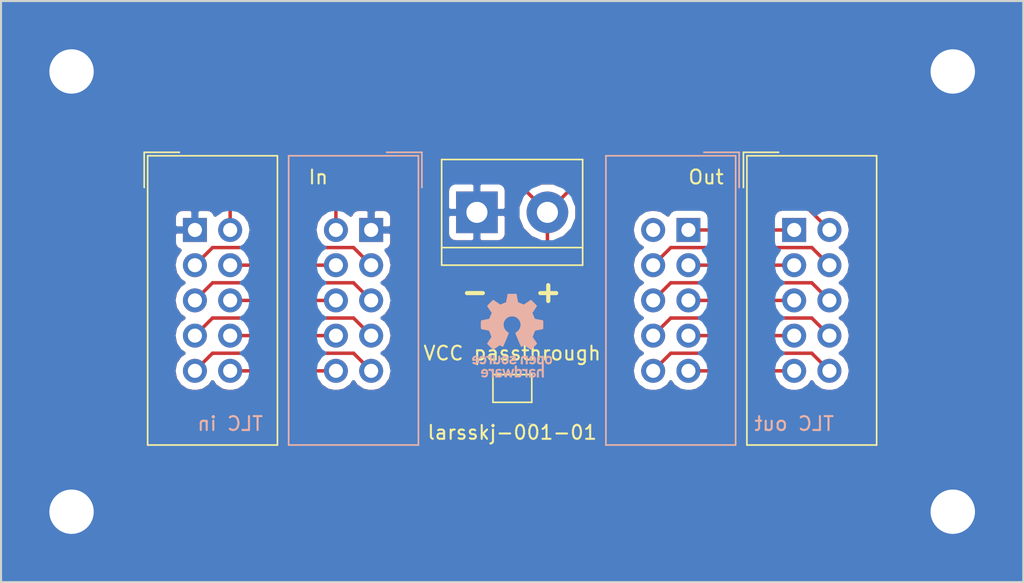
<source format=kicad_pcb>
(kicad_pcb (version 20171130) (host pcbnew 5.0.2-bee76a0~70~ubuntu18.04.1)

  (general
    (thickness 1.6)
    (drawings 8)
    (tracks 47)
    (zones 0)
    (modules 11)
    (nets 22)
  )

  (page A4)
  (layers
    (0 F.Cu signal)
    (31 B.Cu signal)
    (32 B.Adhes user)
    (33 F.Adhes user)
    (34 B.Paste user)
    (35 F.Paste user)
    (36 B.SilkS user)
    (37 F.SilkS user)
    (38 B.Mask user)
    (39 F.Mask user)
    (40 Dwgs.User user)
    (41 Cmts.User user)
    (42 Eco1.User user)
    (43 Eco2.User user)
    (44 Edge.Cuts user)
    (45 Margin user)
    (46 B.CrtYd user)
    (47 F.CrtYd user)
    (48 B.Fab user hide)
    (49 F.Fab user hide)
  )

  (setup
    (last_trace_width 0.25)
    (trace_clearance 0.2)
    (zone_clearance 0.508)
    (zone_45_only no)
    (trace_min 0.2)
    (segment_width 0.2)
    (edge_width 0.15)
    (via_size 0.8)
    (via_drill 0.4)
    (via_min_size 0.4)
    (via_min_drill 0.3)
    (uvia_size 0.3)
    (uvia_drill 0.1)
    (uvias_allowed no)
    (uvia_min_size 0.2)
    (uvia_min_drill 0.1)
    (pcb_text_width 0.3)
    (pcb_text_size 1.5 1.5)
    (mod_edge_width 0.15)
    (mod_text_size 1 1)
    (mod_text_width 0.15)
    (pad_size 2.49936 2.49936)
    (pad_drill 1.00076)
    (pad_to_mask_clearance 0.051)
    (solder_mask_min_width 0.25)
    (aux_axis_origin 0 0)
    (visible_elements FFFFFFFF)
    (pcbplotparams
      (layerselection 0x010fc_ffffffff)
      (usegerberextensions false)
      (usegerberattributes false)
      (usegerberadvancedattributes false)
      (creategerberjobfile false)
      (excludeedgelayer true)
      (linewidth 0.100000)
      (plotframeref false)
      (viasonmask false)
      (mode 1)
      (useauxorigin false)
      (hpglpennumber 1)
      (hpglpenspeed 20)
      (hpglpendiameter 15.000000)
      (psnegative false)
      (psa4output false)
      (plotreference true)
      (plotvalue true)
      (plotinvisibletext false)
      (padsonsilk false)
      (subtractmaskfromsilk false)
      (outputformat 1)
      (mirror false)
      (drillshape 1)
      (scaleselection 1)
      (outputdirectory ""))
  )

  (net 0 "")
  (net 1 "Net-(J1-Pad2)")
  (net 2 "Net-(J1-Pad3)")
  (net 3 "Net-(J1-Pad4)")
  (net 4 "Net-(J1-Pad5)")
  (net 5 "Net-(J1-Pad6)")
  (net 6 "Net-(J1-Pad7)")
  (net 7 "Net-(J1-Pad8)")
  (net 8 "Net-(J1-Pad9)")
  (net 9 "Net-(J1-Pad10)")
  (net 10 GND)
  (net 11 VCC)
  (net 12 "Net-(J4-Pad1)")
  (net 13 "Net-(J4-Pad2)")
  (net 14 "Net-(J4-Pad3)")
  (net 15 "Net-(J4-Pad4)")
  (net 16 "Net-(J4-Pad5)")
  (net 17 "Net-(J4-Pad6)")
  (net 18 "Net-(J4-Pad7)")
  (net 19 "Net-(J4-Pad8)")
  (net 20 "Net-(J4-Pad9)")
  (net 21 "Net-(J4-Pad10)")

  (net_class Default "This is the default net class."
    (clearance 0.2)
    (trace_width 0.25)
    (via_dia 0.8)
    (via_drill 0.4)
    (uvia_dia 0.3)
    (uvia_drill 0.1)
    (add_net GND)
    (add_net "Net-(J1-Pad10)")
    (add_net "Net-(J1-Pad2)")
    (add_net "Net-(J1-Pad3)")
    (add_net "Net-(J1-Pad4)")
    (add_net "Net-(J1-Pad5)")
    (add_net "Net-(J1-Pad6)")
    (add_net "Net-(J1-Pad7)")
    (add_net "Net-(J1-Pad8)")
    (add_net "Net-(J1-Pad9)")
    (add_net "Net-(J4-Pad1)")
    (add_net "Net-(J4-Pad10)")
    (add_net "Net-(J4-Pad2)")
    (add_net "Net-(J4-Pad3)")
    (add_net "Net-(J4-Pad4)")
    (add_net "Net-(J4-Pad5)")
    (add_net "Net-(J4-Pad6)")
    (add_net "Net-(J4-Pad7)")
    (add_net "Net-(J4-Pad8)")
    (add_net "Net-(J4-Pad9)")
    (add_net VCC)
  )

  (module Jumper:SolderJumper-2_P1.3mm_Open_Pad1.0x1.5mm (layer F.Cu) (tedit 5C97881A) (tstamp 5C94E56D)
    (at 158.765 99.06)
    (descr "SMD Solder Jumper, 1x1.5mm Pads, 0.3mm gap, open")
    (tags "solder jumper open")
    (path /5C9504A7)
    (attr virtual)
    (fp_text reference JP1 (at -0.015 2.54) (layer F.SilkS) hide
      (effects (font (size 1 1) (thickness 0.15)))
    )
    (fp_text value "VCC passthrough" (at -0.015 -2.54) (layer F.SilkS)
      (effects (font (size 1 1) (thickness 0.15)))
    )
    (fp_line (start -1.4 1) (end -1.4 -1) (layer F.SilkS) (width 0.12))
    (fp_line (start 1.4 1) (end -1.4 1) (layer F.SilkS) (width 0.12))
    (fp_line (start 1.4 -1) (end 1.4 1) (layer F.SilkS) (width 0.12))
    (fp_line (start -1.4 -1) (end 1.4 -1) (layer F.SilkS) (width 0.12))
    (fp_line (start -1.65 -1.25) (end 1.65 -1.25) (layer F.CrtYd) (width 0.05))
    (fp_line (start -1.65 -1.25) (end -1.65 1.25) (layer F.CrtYd) (width 0.05))
    (fp_line (start 1.65 1.25) (end 1.65 -1.25) (layer F.CrtYd) (width 0.05))
    (fp_line (start 1.65 1.25) (end -1.65 1.25) (layer F.CrtYd) (width 0.05))
    (pad 2 smd rect (at 0.65 0) (size 1 1.5) (layers F.Cu F.Mask)
      (net 11 VCC))
    (pad 1 smd rect (at -0.65 0) (size 1 1.5) (layers F.Cu F.Mask)
      (net 1 "Net-(J1-Pad2)"))
  )

  (module Connector_IDC:IDC-Header_2x05_P2.54mm_Vertical (layer B.Cu) (tedit 5C94E83D) (tstamp 5C91D366)
    (at 148.59 87.63 180)
    (descr "Through hole straight IDC box header, 2x05, 2.54mm pitch, double rows")
    (tags "Through hole IDC box header THT 2x05 2.54mm double row")
    (path /5C90564E)
    (fp_text reference J2 (at 1.27 6.604 180) (layer B.SilkS) hide
      (effects (font (size 1 1) (thickness 0.15)) (justify mirror))
    )
    (fp_text value "TLC in" (at 10.16 -13.97) (layer B.SilkS)
      (effects (font (size 1 1) (thickness 0.15)) (justify mirror))
    )
    (fp_line (start -3.655 5.6) (end -1.115 5.6) (layer B.SilkS) (width 0.12))
    (fp_line (start -3.655 5.6) (end -3.655 3.06) (layer B.SilkS) (width 0.12))
    (fp_line (start -3.405 5.35) (end 5.945 5.35) (layer B.SilkS) (width 0.12))
    (fp_line (start -3.405 -15.51) (end -3.405 5.35) (layer B.SilkS) (width 0.12))
    (fp_line (start 5.945 -15.51) (end -3.405 -15.51) (layer B.SilkS) (width 0.12))
    (fp_line (start 5.945 5.35) (end 5.945 -15.51) (layer B.SilkS) (width 0.12))
    (fp_line (start -3.41 5.35) (end 5.95 5.35) (layer B.CrtYd) (width 0.05))
    (fp_line (start -3.41 -15.51) (end -3.41 5.35) (layer B.CrtYd) (width 0.05))
    (fp_line (start 5.95 -15.51) (end -3.41 -15.51) (layer B.CrtYd) (width 0.05))
    (fp_line (start 5.95 5.35) (end 5.95 -15.51) (layer B.CrtYd) (width 0.05))
    (fp_line (start -3.155 -15.26) (end -2.605 -14.7) (layer B.Fab) (width 0.1))
    (fp_line (start -3.155 5.1) (end -2.605 4.56) (layer B.Fab) (width 0.1))
    (fp_line (start 5.695 -15.26) (end 5.145 -14.7) (layer B.Fab) (width 0.1))
    (fp_line (start 5.695 5.1) (end 5.145 4.56) (layer B.Fab) (width 0.1))
    (fp_line (start 5.145 -14.7) (end -2.605 -14.7) (layer B.Fab) (width 0.1))
    (fp_line (start 5.695 -15.26) (end -3.155 -15.26) (layer B.Fab) (width 0.1))
    (fp_line (start 5.145 4.56) (end -2.605 4.56) (layer B.Fab) (width 0.1))
    (fp_line (start 5.695 5.1) (end -3.155 5.1) (layer B.Fab) (width 0.1))
    (fp_line (start -2.605 -7.33) (end -3.155 -7.33) (layer B.Fab) (width 0.1))
    (fp_line (start -2.605 -2.83) (end -3.155 -2.83) (layer B.Fab) (width 0.1))
    (fp_line (start -2.605 -7.33) (end -2.605 -14.7) (layer B.Fab) (width 0.1))
    (fp_line (start -2.605 4.56) (end -2.605 -2.83) (layer B.Fab) (width 0.1))
    (fp_line (start -3.155 5.1) (end -3.155 -15.26) (layer B.Fab) (width 0.1))
    (fp_line (start 5.145 4.56) (end 5.145 -14.7) (layer B.Fab) (width 0.1))
    (fp_line (start 5.695 5.1) (end 5.695 -15.26) (layer B.Fab) (width 0.1))
    (fp_text user %R (at 1.27 -5.08 180) (layer B.Fab)
      (effects (font (size 1 1) (thickness 0.15)) (justify mirror))
    )
    (pad 10 thru_hole oval (at 2.54 -10.16 180) (size 1.7272 1.7272) (drill 1.016) (layers *.Cu *.Mask)
      (net 9 "Net-(J1-Pad10)"))
    (pad 9 thru_hole oval (at 0 -10.16 180) (size 1.7272 1.7272) (drill 1.016) (layers *.Cu *.Mask)
      (net 8 "Net-(J1-Pad9)"))
    (pad 8 thru_hole oval (at 2.54 -7.62 180) (size 1.7272 1.7272) (drill 1.016) (layers *.Cu *.Mask)
      (net 7 "Net-(J1-Pad8)"))
    (pad 7 thru_hole oval (at 0 -7.62 180) (size 1.7272 1.7272) (drill 1.016) (layers *.Cu *.Mask)
      (net 6 "Net-(J1-Pad7)"))
    (pad 6 thru_hole oval (at 2.54 -5.08 180) (size 1.7272 1.7272) (drill 1.016) (layers *.Cu *.Mask)
      (net 5 "Net-(J1-Pad6)"))
    (pad 5 thru_hole oval (at 0 -5.08 180) (size 1.7272 1.7272) (drill 1.016) (layers *.Cu *.Mask)
      (net 4 "Net-(J1-Pad5)"))
    (pad 4 thru_hole oval (at 2.54 -2.54 180) (size 1.7272 1.7272) (drill 1.016) (layers *.Cu *.Mask)
      (net 3 "Net-(J1-Pad4)"))
    (pad 3 thru_hole oval (at 0 -2.54 180) (size 1.7272 1.7272) (drill 1.016) (layers *.Cu *.Mask)
      (net 2 "Net-(J1-Pad3)"))
    (pad 2 thru_hole oval (at 2.54 0 180) (size 1.7272 1.7272) (drill 1.016) (layers *.Cu *.Mask)
      (net 11 VCC))
    (pad 1 thru_hole rect (at 0 0 180) (size 1.7272 1.7272) (drill 1.016) (layers *.Cu *.Mask)
      (net 10 GND))
    (model ${KISYS3DMOD}/Connector_IDC.3dshapes/IDC-Header_2x05_P2.54mm_Vertical.wrl
      (at (xyz 0 0 0))
      (scale (xyz 1 1 1))
      (rotate (xyz 0 0 0))
    )
  )

  (module Connector_IDC:IDC-Header_2x05_P2.54mm_Vertical (layer F.Cu) (tedit 5C94E6BF) (tstamp 5C91D33E)
    (at 135.89 87.63)
    (descr "Through hole straight IDC box header, 2x05, 2.54mm pitch, double rows")
    (tags "Through hole IDC box header THT 2x05 2.54mm double row")
    (path /5C9055A7)
    (fp_text reference J1 (at 1.27 -6.604) (layer F.SilkS) hide
      (effects (font (size 1 1) (thickness 0.15)))
    )
    (fp_text value In (at 8.89 -3.81) (layer F.SilkS)
      (effects (font (size 1 1) (thickness 0.15)))
    )
    (fp_line (start -3.655 -5.6) (end -1.115 -5.6) (layer F.SilkS) (width 0.12))
    (fp_line (start -3.655 -5.6) (end -3.655 -3.06) (layer F.SilkS) (width 0.12))
    (fp_line (start -3.405 -5.35) (end 5.945 -5.35) (layer F.SilkS) (width 0.12))
    (fp_line (start -3.405 15.51) (end -3.405 -5.35) (layer F.SilkS) (width 0.12))
    (fp_line (start 5.945 15.51) (end -3.405 15.51) (layer F.SilkS) (width 0.12))
    (fp_line (start 5.945 -5.35) (end 5.945 15.51) (layer F.SilkS) (width 0.12))
    (fp_line (start -3.41 -5.35) (end 5.95 -5.35) (layer F.CrtYd) (width 0.05))
    (fp_line (start -3.41 15.51) (end -3.41 -5.35) (layer F.CrtYd) (width 0.05))
    (fp_line (start 5.95 15.51) (end -3.41 15.51) (layer F.CrtYd) (width 0.05))
    (fp_line (start 5.95 -5.35) (end 5.95 15.51) (layer F.CrtYd) (width 0.05))
    (fp_line (start -3.155 15.26) (end -2.605 14.7) (layer F.Fab) (width 0.1))
    (fp_line (start -3.155 -5.1) (end -2.605 -4.56) (layer F.Fab) (width 0.1))
    (fp_line (start 5.695 15.26) (end 5.145 14.7) (layer F.Fab) (width 0.1))
    (fp_line (start 5.695 -5.1) (end 5.145 -4.56) (layer F.Fab) (width 0.1))
    (fp_line (start 5.145 14.7) (end -2.605 14.7) (layer F.Fab) (width 0.1))
    (fp_line (start 5.695 15.26) (end -3.155 15.26) (layer F.Fab) (width 0.1))
    (fp_line (start 5.145 -4.56) (end -2.605 -4.56) (layer F.Fab) (width 0.1))
    (fp_line (start 5.695 -5.1) (end -3.155 -5.1) (layer F.Fab) (width 0.1))
    (fp_line (start -2.605 7.33) (end -3.155 7.33) (layer F.Fab) (width 0.1))
    (fp_line (start -2.605 2.83) (end -3.155 2.83) (layer F.Fab) (width 0.1))
    (fp_line (start -2.605 7.33) (end -2.605 14.7) (layer F.Fab) (width 0.1))
    (fp_line (start -2.605 -4.56) (end -2.605 2.83) (layer F.Fab) (width 0.1))
    (fp_line (start -3.155 -5.1) (end -3.155 15.26) (layer F.Fab) (width 0.1))
    (fp_line (start 5.145 -4.56) (end 5.145 14.7) (layer F.Fab) (width 0.1))
    (fp_line (start 5.695 -5.1) (end 5.695 15.26) (layer F.Fab) (width 0.1))
    (fp_text user %R (at 1.27 5.08) (layer F.Fab)
      (effects (font (size 1 1) (thickness 0.15)))
    )
    (pad 10 thru_hole oval (at 2.54 10.16) (size 1.7272 1.7272) (drill 1.016) (layers *.Cu *.Mask)
      (net 9 "Net-(J1-Pad10)"))
    (pad 9 thru_hole oval (at 0 10.16) (size 1.7272 1.7272) (drill 1.016) (layers *.Cu *.Mask)
      (net 8 "Net-(J1-Pad9)"))
    (pad 8 thru_hole oval (at 2.54 7.62) (size 1.7272 1.7272) (drill 1.016) (layers *.Cu *.Mask)
      (net 7 "Net-(J1-Pad8)"))
    (pad 7 thru_hole oval (at 0 7.62) (size 1.7272 1.7272) (drill 1.016) (layers *.Cu *.Mask)
      (net 6 "Net-(J1-Pad7)"))
    (pad 6 thru_hole oval (at 2.54 5.08) (size 1.7272 1.7272) (drill 1.016) (layers *.Cu *.Mask)
      (net 5 "Net-(J1-Pad6)"))
    (pad 5 thru_hole oval (at 0 5.08) (size 1.7272 1.7272) (drill 1.016) (layers *.Cu *.Mask)
      (net 4 "Net-(J1-Pad5)"))
    (pad 4 thru_hole oval (at 2.54 2.54) (size 1.7272 1.7272) (drill 1.016) (layers *.Cu *.Mask)
      (net 3 "Net-(J1-Pad4)"))
    (pad 3 thru_hole oval (at 0 2.54) (size 1.7272 1.7272) (drill 1.016) (layers *.Cu *.Mask)
      (net 2 "Net-(J1-Pad3)"))
    (pad 2 thru_hole oval (at 2.54 0) (size 1.7272 1.7272) (drill 1.016) (layers *.Cu *.Mask)
      (net 1 "Net-(J1-Pad2)"))
    (pad 1 thru_hole rect (at 0 0) (size 1.7272 1.7272) (drill 1.016) (layers *.Cu *.Mask)
      (net 10 GND))
    (model ${KISYS3DMOD}/Connector_IDC.3dshapes/IDC-Header_2x05_P2.54mm_Vertical.wrl
      (at (xyz 0 0 0))
      (scale (xyz 1 1 1))
      (rotate (xyz 0 0 0))
    )
  )

  (module Connector_IDC:IDC-Header_2x05_P2.54mm_Vertical (layer F.Cu) (tedit 5C94E6D3) (tstamp 5C91D3CB)
    (at 179.07 87.63)
    (descr "Through hole straight IDC box header, 2x05, 2.54mm pitch, double rows")
    (tags "Through hole IDC box header THT 2x05 2.54mm double row")
    (path /5C906F75)
    (fp_text reference J5 (at 1.27 -6.604) (layer F.SilkS) hide
      (effects (font (size 1 1) (thickness 0.15)))
    )
    (fp_text value Out (at -6.35 -3.81) (layer F.SilkS)
      (effects (font (size 1 1) (thickness 0.15)))
    )
    (fp_line (start -3.655 -5.6) (end -1.115 -5.6) (layer F.SilkS) (width 0.12))
    (fp_line (start -3.655 -5.6) (end -3.655 -3.06) (layer F.SilkS) (width 0.12))
    (fp_line (start -3.405 -5.35) (end 5.945 -5.35) (layer F.SilkS) (width 0.12))
    (fp_line (start -3.405 15.51) (end -3.405 -5.35) (layer F.SilkS) (width 0.12))
    (fp_line (start 5.945 15.51) (end -3.405 15.51) (layer F.SilkS) (width 0.12))
    (fp_line (start 5.945 -5.35) (end 5.945 15.51) (layer F.SilkS) (width 0.12))
    (fp_line (start -3.41 -5.35) (end 5.95 -5.35) (layer F.CrtYd) (width 0.05))
    (fp_line (start -3.41 15.51) (end -3.41 -5.35) (layer F.CrtYd) (width 0.05))
    (fp_line (start 5.95 15.51) (end -3.41 15.51) (layer F.CrtYd) (width 0.05))
    (fp_line (start 5.95 -5.35) (end 5.95 15.51) (layer F.CrtYd) (width 0.05))
    (fp_line (start -3.155 15.26) (end -2.605 14.7) (layer F.Fab) (width 0.1))
    (fp_line (start -3.155 -5.1) (end -2.605 -4.56) (layer F.Fab) (width 0.1))
    (fp_line (start 5.695 15.26) (end 5.145 14.7) (layer F.Fab) (width 0.1))
    (fp_line (start 5.695 -5.1) (end 5.145 -4.56) (layer F.Fab) (width 0.1))
    (fp_line (start 5.145 14.7) (end -2.605 14.7) (layer F.Fab) (width 0.1))
    (fp_line (start 5.695 15.26) (end -3.155 15.26) (layer F.Fab) (width 0.1))
    (fp_line (start 5.145 -4.56) (end -2.605 -4.56) (layer F.Fab) (width 0.1))
    (fp_line (start 5.695 -5.1) (end -3.155 -5.1) (layer F.Fab) (width 0.1))
    (fp_line (start -2.605 7.33) (end -3.155 7.33) (layer F.Fab) (width 0.1))
    (fp_line (start -2.605 2.83) (end -3.155 2.83) (layer F.Fab) (width 0.1))
    (fp_line (start -2.605 7.33) (end -2.605 14.7) (layer F.Fab) (width 0.1))
    (fp_line (start -2.605 -4.56) (end -2.605 2.83) (layer F.Fab) (width 0.1))
    (fp_line (start -3.155 -5.1) (end -3.155 15.26) (layer F.Fab) (width 0.1))
    (fp_line (start 5.145 -4.56) (end 5.145 14.7) (layer F.Fab) (width 0.1))
    (fp_line (start 5.695 -5.1) (end 5.695 15.26) (layer F.Fab) (width 0.1))
    (fp_text user %R (at 1.27 5.08) (layer F.Fab)
      (effects (font (size 1 1) (thickness 0.15)))
    )
    (pad 10 thru_hole oval (at 2.54 10.16) (size 1.7272 1.7272) (drill 1.016) (layers *.Cu *.Mask)
      (net 21 "Net-(J4-Pad10)"))
    (pad 9 thru_hole oval (at 0 10.16) (size 1.7272 1.7272) (drill 1.016) (layers *.Cu *.Mask)
      (net 20 "Net-(J4-Pad9)"))
    (pad 8 thru_hole oval (at 2.54 7.62) (size 1.7272 1.7272) (drill 1.016) (layers *.Cu *.Mask)
      (net 19 "Net-(J4-Pad8)"))
    (pad 7 thru_hole oval (at 0 7.62) (size 1.7272 1.7272) (drill 1.016) (layers *.Cu *.Mask)
      (net 18 "Net-(J4-Pad7)"))
    (pad 6 thru_hole oval (at 2.54 5.08) (size 1.7272 1.7272) (drill 1.016) (layers *.Cu *.Mask)
      (net 17 "Net-(J4-Pad6)"))
    (pad 5 thru_hole oval (at 0 5.08) (size 1.7272 1.7272) (drill 1.016) (layers *.Cu *.Mask)
      (net 16 "Net-(J4-Pad5)"))
    (pad 4 thru_hole oval (at 2.54 2.54) (size 1.7272 1.7272) (drill 1.016) (layers *.Cu *.Mask)
      (net 15 "Net-(J4-Pad4)"))
    (pad 3 thru_hole oval (at 0 2.54) (size 1.7272 1.7272) (drill 1.016) (layers *.Cu *.Mask)
      (net 14 "Net-(J4-Pad3)"))
    (pad 2 thru_hole oval (at 2.54 0) (size 1.7272 1.7272) (drill 1.016) (layers *.Cu *.Mask)
      (net 11 VCC))
    (pad 1 thru_hole rect (at 0 0) (size 1.7272 1.7272) (drill 1.016) (layers *.Cu *.Mask)
      (net 12 "Net-(J4-Pad1)"))
    (model ${KISYS3DMOD}/Connector_IDC.3dshapes/IDC-Header_2x05_P2.54mm_Vertical.wrl
      (at (xyz 0 0 0))
      (scale (xyz 1 1 1))
      (rotate (xyz 0 0 0))
    )
  )

  (module Connector_IDC:IDC-Header_2x05_P2.54mm_Vertical (layer B.Cu) (tedit 5C94E856) (tstamp 5C94DE39)
    (at 171.45 87.63 180)
    (descr "Through hole straight IDC box header, 2x05, 2.54mm pitch, double rows")
    (tags "Through hole IDC box header THT 2x05 2.54mm double row")
    (path /5C906F21)
    (fp_text reference J4 (at 1.27 6.604 180) (layer B.SilkS) hide
      (effects (font (size 1 1) (thickness 0.15)) (justify mirror))
    )
    (fp_text value "TLC out" (at -7.62 -13.97 180) (layer B.SilkS)
      (effects (font (size 1 1) (thickness 0.15)) (justify mirror))
    )
    (fp_line (start -3.655 5.6) (end -1.115 5.6) (layer B.SilkS) (width 0.12))
    (fp_line (start -3.655 5.6) (end -3.655 3.06) (layer B.SilkS) (width 0.12))
    (fp_line (start -3.405 5.35) (end 5.945 5.35) (layer B.SilkS) (width 0.12))
    (fp_line (start -3.405 -15.51) (end -3.405 5.35) (layer B.SilkS) (width 0.12))
    (fp_line (start 5.945 -15.51) (end -3.405 -15.51) (layer B.SilkS) (width 0.12))
    (fp_line (start 5.945 5.35) (end 5.945 -15.51) (layer B.SilkS) (width 0.12))
    (fp_line (start -3.41 5.35) (end 5.95 5.35) (layer B.CrtYd) (width 0.05))
    (fp_line (start -3.41 -15.51) (end -3.41 5.35) (layer B.CrtYd) (width 0.05))
    (fp_line (start 5.95 -15.51) (end -3.41 -15.51) (layer B.CrtYd) (width 0.05))
    (fp_line (start 5.95 5.35) (end 5.95 -15.51) (layer B.CrtYd) (width 0.05))
    (fp_line (start -3.155 -15.26) (end -2.605 -14.7) (layer B.Fab) (width 0.1))
    (fp_line (start -3.155 5.1) (end -2.605 4.56) (layer B.Fab) (width 0.1))
    (fp_line (start 5.695 -15.26) (end 5.145 -14.7) (layer B.Fab) (width 0.1))
    (fp_line (start 5.695 5.1) (end 5.145 4.56) (layer B.Fab) (width 0.1))
    (fp_line (start 5.145 -14.7) (end -2.605 -14.7) (layer B.Fab) (width 0.1))
    (fp_line (start 5.695 -15.26) (end -3.155 -15.26) (layer B.Fab) (width 0.1))
    (fp_line (start 5.145 4.56) (end -2.605 4.56) (layer B.Fab) (width 0.1))
    (fp_line (start 5.695 5.1) (end -3.155 5.1) (layer B.Fab) (width 0.1))
    (fp_line (start -2.605 -7.33) (end -3.155 -7.33) (layer B.Fab) (width 0.1))
    (fp_line (start -2.605 -2.83) (end -3.155 -2.83) (layer B.Fab) (width 0.1))
    (fp_line (start -2.605 -7.33) (end -2.605 -14.7) (layer B.Fab) (width 0.1))
    (fp_line (start -2.605 4.56) (end -2.605 -2.83) (layer B.Fab) (width 0.1))
    (fp_line (start -3.155 5.1) (end -3.155 -15.26) (layer B.Fab) (width 0.1))
    (fp_line (start 5.145 4.56) (end 5.145 -14.7) (layer B.Fab) (width 0.1))
    (fp_line (start 5.695 5.1) (end 5.695 -15.26) (layer B.Fab) (width 0.1))
    (fp_text user %R (at 1.27 -5.08 180) (layer B.Fab)
      (effects (font (size 1 1) (thickness 0.15)) (justify mirror))
    )
    (pad 10 thru_hole oval (at 2.54 -10.16 180) (size 1.7272 1.7272) (drill 1.016) (layers *.Cu *.Mask)
      (net 21 "Net-(J4-Pad10)"))
    (pad 9 thru_hole oval (at 0 -10.16 180) (size 1.7272 1.7272) (drill 1.016) (layers *.Cu *.Mask)
      (net 20 "Net-(J4-Pad9)"))
    (pad 8 thru_hole oval (at 2.54 -7.62 180) (size 1.7272 1.7272) (drill 1.016) (layers *.Cu *.Mask)
      (net 19 "Net-(J4-Pad8)"))
    (pad 7 thru_hole oval (at 0 -7.62 180) (size 1.7272 1.7272) (drill 1.016) (layers *.Cu *.Mask)
      (net 18 "Net-(J4-Pad7)"))
    (pad 6 thru_hole oval (at 2.54 -5.08 180) (size 1.7272 1.7272) (drill 1.016) (layers *.Cu *.Mask)
      (net 17 "Net-(J4-Pad6)"))
    (pad 5 thru_hole oval (at 0 -5.08 180) (size 1.7272 1.7272) (drill 1.016) (layers *.Cu *.Mask)
      (net 16 "Net-(J4-Pad5)"))
    (pad 4 thru_hole oval (at 2.54 -2.54 180) (size 1.7272 1.7272) (drill 1.016) (layers *.Cu *.Mask)
      (net 15 "Net-(J4-Pad4)"))
    (pad 3 thru_hole oval (at 0 -2.54 180) (size 1.7272 1.7272) (drill 1.016) (layers *.Cu *.Mask)
      (net 14 "Net-(J4-Pad3)"))
    (pad 2 thru_hole oval (at 2.54 0 180) (size 1.7272 1.7272) (drill 1.016) (layers *.Cu *.Mask)
      (net 13 "Net-(J4-Pad2)"))
    (pad 1 thru_hole rect (at 0 0 180) (size 1.7272 1.7272) (drill 1.016) (layers *.Cu *.Mask)
      (net 12 "Net-(J4-Pad1)"))
    (model ${KISYS3DMOD}/Connector_IDC.3dshapes/IDC-Header_2x05_P2.54mm_Vertical.wrl
      (at (xyz 0 0 0))
      (scale (xyz 1 1 1))
      (rotate (xyz 0 0 0))
    )
  )

  (module TerminalBlock:TerminalBlock_bornier-2_P5.08mm (layer F.Cu) (tedit 5C94E895) (tstamp 5C91D37B)
    (at 156.21 86.36)
    (descr "simple 2-pin terminal block, pitch 5.08mm, revamped version of bornier2")
    (tags "terminal block bornier2")
    (path /5C905FE1)
    (fp_text reference J3 (at 2.54 -5.08) (layer F.SilkS) hide
      (effects (font (size 1 1) (thickness 0.15)))
    )
    (fp_text value VCC (at 2.54 5.08) (layer F.Fab)
      (effects (font (size 1 1) (thickness 0.15)))
    )
    (fp_text user %R (at 2.54 0) (layer F.Fab)
      (effects (font (size 1 1) (thickness 0.15)))
    )
    (fp_line (start -2.41 2.55) (end 7.49 2.55) (layer F.Fab) (width 0.1))
    (fp_line (start -2.46 -3.75) (end -2.46 3.75) (layer F.Fab) (width 0.1))
    (fp_line (start -2.46 3.75) (end 7.54 3.75) (layer F.Fab) (width 0.1))
    (fp_line (start 7.54 3.75) (end 7.54 -3.75) (layer F.Fab) (width 0.1))
    (fp_line (start 7.54 -3.75) (end -2.46 -3.75) (layer F.Fab) (width 0.1))
    (fp_line (start 7.62 2.54) (end -2.54 2.54) (layer F.SilkS) (width 0.12))
    (fp_line (start 7.62 3.81) (end 7.62 -3.81) (layer F.SilkS) (width 0.12))
    (fp_line (start 7.62 -3.81) (end -2.54 -3.81) (layer F.SilkS) (width 0.12))
    (fp_line (start -2.54 -3.81) (end -2.54 3.81) (layer F.SilkS) (width 0.12))
    (fp_line (start -2.54 3.81) (end 7.62 3.81) (layer F.SilkS) (width 0.12))
    (fp_line (start -2.71 -4) (end 7.79 -4) (layer F.CrtYd) (width 0.05))
    (fp_line (start -2.71 -4) (end -2.71 4) (layer F.CrtYd) (width 0.05))
    (fp_line (start 7.79 4) (end 7.79 -4) (layer F.CrtYd) (width 0.05))
    (fp_line (start 7.79 4) (end -2.71 4) (layer F.CrtYd) (width 0.05))
    (pad 1 thru_hole rect (at 0 0) (size 3 3) (drill 1.52) (layers *.Cu *.Mask)
      (net 10 GND))
    (pad 2 thru_hole circle (at 5.08 0) (size 3 3) (drill 1.52) (layers *.Cu *.Mask)
      (net 11 VCC))
    (model ${KISYS3DMOD}/TerminalBlock.3dshapes/TerminalBlock_bornier-2_P5.08mm.wrl
      (offset (xyz 2.539999961853027 0 0))
      (scale (xyz 1 1 1))
      (rotate (xyz 0 0 0))
    )
  )

  (module Symbol:OSHW-Logo_5.7x6mm_SilkScreen (layer B.Cu) (tedit 0) (tstamp 5CA130E8)
    (at 158.75 95.25 180)
    (descr "Open Source Hardware Logo")
    (tags "Logo OSHW")
    (attr virtual)
    (fp_text reference REF** (at 0 0 180) (layer B.SilkS) hide
      (effects (font (size 1 1) (thickness 0.15)) (justify mirror))
    )
    (fp_text value OSHW-Logo_5.7x6mm_SilkScreen (at 0.75 0 180) (layer B.Fab) hide
      (effects (font (size 1 1) (thickness 0.15)) (justify mirror))
    )
    (fp_poly (pts (xy 0.376964 2.709982) (xy 0.433812 2.40843) (xy 0.853338 2.235488) (xy 1.104984 2.406605)
      (xy 1.175458 2.45425) (xy 1.239163 2.49679) (xy 1.293126 2.532285) (xy 1.334373 2.55879)
      (xy 1.359934 2.574364) (xy 1.366895 2.577722) (xy 1.379435 2.569086) (xy 1.406231 2.545208)
      (xy 1.44428 2.509141) (xy 1.490579 2.463933) (xy 1.542123 2.412636) (xy 1.595909 2.358299)
      (xy 1.648935 2.303972) (xy 1.698195 2.252705) (xy 1.740687 2.207549) (xy 1.773407 2.171554)
      (xy 1.793351 2.14777) (xy 1.798119 2.13981) (xy 1.791257 2.125135) (xy 1.77202 2.092986)
      (xy 1.74243 2.046508) (xy 1.70451 1.988844) (xy 1.660282 1.92314) (xy 1.634654 1.885664)
      (xy 1.587941 1.817232) (xy 1.546432 1.75548) (xy 1.51214 1.703481) (xy 1.48708 1.664308)
      (xy 1.473264 1.641035) (xy 1.471188 1.636145) (xy 1.475895 1.622245) (xy 1.488723 1.58985)
      (xy 1.507738 1.543515) (xy 1.531003 1.487794) (xy 1.556584 1.427242) (xy 1.582545 1.366414)
      (xy 1.60695 1.309864) (xy 1.627863 1.262148) (xy 1.643349 1.227819) (xy 1.651472 1.211432)
      (xy 1.651952 1.210788) (xy 1.664707 1.207659) (xy 1.698677 1.200679) (xy 1.75034 1.190533)
      (xy 1.816176 1.177908) (xy 1.892664 1.163491) (xy 1.93729 1.155177) (xy 2.019021 1.139616)
      (xy 2.092843 1.124808) (xy 2.155021 1.111564) (xy 2.201822 1.100695) (xy 2.229509 1.093011)
      (xy 2.235074 1.090573) (xy 2.240526 1.07407) (xy 2.244924 1.0368) (xy 2.248272 0.98312)
      (xy 2.250574 0.917388) (xy 2.251832 0.843963) (xy 2.252048 0.767204) (xy 2.251227 0.691468)
      (xy 2.249371 0.621114) (xy 2.246482 0.5605) (xy 2.242565 0.513984) (xy 2.237622 0.485925)
      (xy 2.234657 0.480084) (xy 2.216934 0.473083) (xy 2.179381 0.463073) (xy 2.126964 0.451231)
      (xy 2.064652 0.438733) (xy 2.0429 0.43469) (xy 1.938024 0.41548) (xy 1.85518 0.400009)
      (xy 1.79163 0.387663) (xy 1.744637 0.377827) (xy 1.711463 0.369886) (xy 1.689371 0.363224)
      (xy 1.675624 0.357227) (xy 1.667484 0.351281) (xy 1.666345 0.350106) (xy 1.654977 0.331174)
      (xy 1.637635 0.294331) (xy 1.61605 0.244087) (xy 1.591954 0.184954) (xy 1.567079 0.121444)
      (xy 1.543157 0.058068) (xy 1.521919 -0.000662) (xy 1.505097 -0.050235) (xy 1.494422 -0.086139)
      (xy 1.491627 -0.103862) (xy 1.49186 -0.104483) (xy 1.501331 -0.11897) (xy 1.522818 -0.150844)
      (xy 1.554063 -0.196789) (xy 1.592807 -0.253485) (xy 1.636793 -0.317617) (xy 1.649319 -0.335842)
      (xy 1.693984 -0.401914) (xy 1.733288 -0.4622) (xy 1.765088 -0.513235) (xy 1.787245 -0.55156)
      (xy 1.797617 -0.573711) (xy 1.798119 -0.576432) (xy 1.789405 -0.590736) (xy 1.765325 -0.619072)
      (xy 1.728976 -0.658396) (xy 1.683453 -0.705661) (xy 1.631852 -0.757823) (xy 1.577267 -0.811835)
      (xy 1.522794 -0.864653) (xy 1.471529 -0.913231) (xy 1.426567 -0.954523) (xy 1.391004 -0.985485)
      (xy 1.367935 -1.00307) (xy 1.361554 -1.005941) (xy 1.346699 -0.999178) (xy 1.316286 -0.980939)
      (xy 1.275268 -0.954297) (xy 1.243709 -0.932852) (xy 1.186525 -0.893503) (xy 1.118806 -0.847171)
      (xy 1.05088 -0.800913) (xy 1.014361 -0.776155) (xy 0.890752 -0.692547) (xy 0.786991 -0.74865)
      (xy 0.73972 -0.773228) (xy 0.699523 -0.792331) (xy 0.672326 -0.803227) (xy 0.665402 -0.804743)
      (xy 0.657077 -0.793549) (xy 0.640654 -0.761917) (xy 0.617357 -0.712765) (xy 0.588414 -0.64901)
      (xy 0.55505 -0.573571) (xy 0.518491 -0.489364) (xy 0.479964 -0.399308) (xy 0.440694 -0.306321)
      (xy 0.401908 -0.21332) (xy 0.36483 -0.123223) (xy 0.330689 -0.038948) (xy 0.300708 0.036587)
      (xy 0.276116 0.100466) (xy 0.258136 0.149769) (xy 0.247997 0.181579) (xy 0.246366 0.192504)
      (xy 0.259291 0.206439) (xy 0.287589 0.22906) (xy 0.325346 0.255667) (xy 0.328515 0.257772)
      (xy 0.4261 0.335886) (xy 0.504786 0.427018) (xy 0.563891 0.528255) (xy 0.602732 0.636682)
      (xy 0.620628 0.749386) (xy 0.616897 0.863452) (xy 0.590857 0.975966) (xy 0.541825 1.084015)
      (xy 0.5274 1.107655) (xy 0.452369 1.203113) (xy 0.36373 1.279768) (xy 0.264549 1.33722)
      (xy 0.157895 1.375071) (xy 0.046836 1.392922) (xy -0.065561 1.390375) (xy -0.176227 1.36703)
      (xy -0.282094 1.32249) (xy -0.380095 1.256355) (xy -0.41041 1.229513) (xy -0.487562 1.145488)
      (xy -0.543782 1.057034) (xy -0.582347 0.957885) (xy -0.603826 0.859697) (xy -0.609128 0.749303)
      (xy -0.591448 0.63836) (xy -0.552581 0.530619) (xy -0.494323 0.429831) (xy -0.418469 0.339744)
      (xy -0.326817 0.264108) (xy -0.314772 0.256136) (xy -0.276611 0.230026) (xy -0.247601 0.207405)
      (xy -0.233732 0.192961) (xy -0.233531 0.192504) (xy -0.236508 0.176879) (xy -0.248311 0.141418)
      (xy -0.267714 0.089038) (xy -0.293488 0.022655) (xy -0.324409 -0.054814) (xy -0.359249 -0.14045)
      (xy -0.396783 -0.231337) (xy -0.435783 -0.324559) (xy -0.475023 -0.417197) (xy -0.513276 -0.506335)
      (xy -0.549317 -0.589055) (xy -0.581917 -0.662441) (xy -0.609852 -0.723575) (xy -0.631895 -0.769541)
      (xy -0.646818 -0.797421) (xy -0.652828 -0.804743) (xy -0.671191 -0.799041) (xy -0.705552 -0.783749)
      (xy -0.749984 -0.761599) (xy -0.774417 -0.74865) (xy -0.878178 -0.692547) (xy -1.001787 -0.776155)
      (xy -1.064886 -0.818987) (xy -1.13397 -0.866122) (xy -1.198707 -0.910503) (xy -1.231134 -0.932852)
      (xy -1.276741 -0.963477) (xy -1.31536 -0.987747) (xy -1.341952 -1.002587) (xy -1.35059 -1.005724)
      (xy -1.363161 -0.997261) (xy -1.390984 -0.973636) (xy -1.431361 -0.937302) (xy -1.481595 -0.890711)
      (xy -1.538988 -0.836317) (xy -1.575286 -0.801392) (xy -1.63879 -0.738996) (xy -1.693673 -0.683188)
      (xy -1.737714 -0.636354) (xy -1.768695 -0.600882) (xy -1.784398 -0.579161) (xy -1.785905 -0.574752)
      (xy -1.778914 -0.557985) (xy -1.759594 -0.524082) (xy -1.730091 -0.476476) (xy -1.692545 -0.418599)
      (xy -1.6491 -0.353884) (xy -1.636745 -0.335842) (xy -1.591727 -0.270267) (xy -1.55134 -0.211228)
      (xy -1.51784 -0.162042) (xy -1.493486 -0.126028) (xy -1.480536 -0.106502) (xy -1.479285 -0.104483)
      (xy -1.481156 -0.088922) (xy -1.491087 -0.054709) (xy -1.507347 -0.006355) (xy -1.528205 0.051629)
      (xy -1.551927 0.11473) (xy -1.576784 0.178437) (xy -1.601042 0.238239) (xy -1.622971 0.289624)
      (xy -1.640838 0.328081) (xy -1.652913 0.349098) (xy -1.653771 0.350106) (xy -1.661154 0.356112)
      (xy -1.673625 0.362052) (xy -1.69392 0.36854) (xy -1.724778 0.376191) (xy -1.768934 0.38562)
      (xy -1.829126 0.397441) (xy -1.908093 0.412271) (xy -2.00857 0.430723) (xy -2.030325 0.43469)
      (xy -2.094802 0.447147) (xy -2.151011 0.459334) (xy -2.193987 0.470074) (xy -2.21876 0.478191)
      (xy -2.222082 0.480084) (xy -2.227556 0.496862) (xy -2.232006 0.534355) (xy -2.235428 0.588206)
      (xy -2.237819 0.654056) (xy -2.239177 0.727547) (xy -2.239499 0.80432) (xy -2.238781 0.880017)
      (xy -2.237021 0.95028) (xy -2.234216 1.01075) (xy -2.230362 1.05707) (xy -2.225457 1.084881)
      (xy -2.2225 1.090573) (xy -2.206037 1.096314) (xy -2.168551 1.105655) (xy -2.113775 1.117785)
      (xy -2.045445 1.131893) (xy -1.967294 1.14717) (xy -1.924716 1.155177) (xy -1.843929 1.170279)
      (xy -1.771887 1.18396) (xy -1.712111 1.195533) (xy -1.668121 1.204313) (xy -1.643439 1.209613)
      (xy -1.639377 1.210788) (xy -1.632511 1.224035) (xy -1.617998 1.255943) (xy -1.597771 1.301953)
      (xy -1.573766 1.357508) (xy -1.547918 1.418047) (xy -1.52216 1.479014) (xy -1.498427 1.535849)
      (xy -1.478654 1.583994) (xy -1.464776 1.61889) (xy -1.458726 1.635979) (xy -1.458614 1.636726)
      (xy -1.465472 1.650207) (xy -1.484698 1.68123) (xy -1.514272 1.726711) (xy -1.552173 1.783568)
      (xy -1.59638 1.848717) (xy -1.622079 1.886138) (xy -1.668907 1.954753) (xy -1.710499 2.017048)
      (xy -1.744825 2.069871) (xy -1.769857 2.110073) (xy -1.783565 2.1345) (xy -1.785544 2.139976)
      (xy -1.777034 2.152722) (xy -1.753507 2.179937) (xy -1.717968 2.218572) (xy -1.673423 2.265577)
      (xy -1.622877 2.317905) (xy -1.569336 2.372505) (xy -1.515805 2.42633) (xy -1.465289 2.47633)
      (xy -1.420794 2.519457) (xy -1.385325 2.552661) (xy -1.361887 2.572894) (xy -1.354046 2.577722)
      (xy -1.34128 2.570933) (xy -1.310744 2.551858) (xy -1.26541 2.522439) (xy -1.208244 2.484619)
      (xy -1.142216 2.440339) (xy -1.09241 2.406605) (xy -0.840764 2.235488) (xy -0.631001 2.321959)
      (xy -0.421237 2.40843) (xy -0.364389 2.709982) (xy -0.30754 3.011534) (xy 0.320115 3.011534)
      (xy 0.376964 2.709982)) (layer B.SilkS) (width 0.01))
    (fp_poly (pts (xy 1.79946 -1.45803) (xy 1.842711 -1.471245) (xy 1.870558 -1.487941) (xy 1.879629 -1.501145)
      (xy 1.877132 -1.516797) (xy 1.860931 -1.541385) (xy 1.847232 -1.5588) (xy 1.818992 -1.590283)
      (xy 1.797775 -1.603529) (xy 1.779688 -1.602664) (xy 1.726035 -1.58901) (xy 1.68663 -1.58963)
      (xy 1.654632 -1.605104) (xy 1.64389 -1.614161) (xy 1.609505 -1.646027) (xy 1.609505 -2.062179)
      (xy 1.471188 -2.062179) (xy 1.471188 -1.458614) (xy 1.540347 -1.458614) (xy 1.581869 -1.460256)
      (xy 1.603291 -1.466087) (xy 1.609502 -1.477461) (xy 1.609505 -1.477798) (xy 1.612439 -1.489713)
      (xy 1.625704 -1.488159) (xy 1.644084 -1.479563) (xy 1.682046 -1.463568) (xy 1.712872 -1.453945)
      (xy 1.752536 -1.451478) (xy 1.79946 -1.45803)) (layer B.SilkS) (width 0.01))
    (fp_poly (pts (xy -0.754012 -1.469002) (xy -0.722717 -1.48395) (xy -0.692409 -1.505541) (xy -0.669318 -1.530391)
      (xy -0.6525 -1.562087) (xy -0.641006 -1.604214) (xy -0.633891 -1.660358) (xy -0.630207 -1.734106)
      (xy -0.629008 -1.829044) (xy -0.628989 -1.838985) (xy -0.628713 -2.062179) (xy -0.76703 -2.062179)
      (xy -0.76703 -1.856418) (xy -0.767128 -1.780189) (xy -0.767809 -1.724939) (xy -0.769651 -1.686501)
      (xy -0.773233 -1.660706) (xy -0.779132 -1.643384) (xy -0.787927 -1.630368) (xy -0.80018 -1.617507)
      (xy -0.843047 -1.589873) (xy -0.889843 -1.584745) (xy -0.934424 -1.602217) (xy -0.949928 -1.615221)
      (xy -0.96131 -1.627447) (xy -0.969481 -1.64054) (xy -0.974974 -1.658615) (xy -0.97832 -1.685787)
      (xy -0.980051 -1.72617) (xy -0.980697 -1.783879) (xy -0.980792 -1.854132) (xy -0.980792 -2.062179)
      (xy -1.119109 -2.062179) (xy -1.119109 -1.458614) (xy -1.04995 -1.458614) (xy -1.008428 -1.460256)
      (xy -0.987006 -1.466087) (xy -0.980795 -1.477461) (xy -0.980792 -1.477798) (xy -0.97791 -1.488938)
      (xy -0.965199 -1.487674) (xy -0.939926 -1.475434) (xy -0.882605 -1.457424) (xy -0.817037 -1.455421)
      (xy -0.754012 -1.469002)) (layer B.SilkS) (width 0.01))
    (fp_poly (pts (xy 2.677898 -1.456457) (xy 2.710096 -1.464279) (xy 2.771825 -1.492921) (xy 2.82461 -1.536667)
      (xy 2.861141 -1.589117) (xy 2.86616 -1.600893) (xy 2.873045 -1.63174) (xy 2.877864 -1.677371)
      (xy 2.879505 -1.723492) (xy 2.879505 -1.810693) (xy 2.697178 -1.810693) (xy 2.621979 -1.810978)
      (xy 2.569003 -1.812704) (xy 2.535325 -1.817181) (xy 2.51802 -1.82572) (xy 2.514163 -1.83963)
      (xy 2.520829 -1.860222) (xy 2.53277 -1.884315) (xy 2.56608 -1.924525) (xy 2.612368 -1.944558)
      (xy 2.668944 -1.943905) (xy 2.733031 -1.922101) (xy 2.788417 -1.895193) (xy 2.834375 -1.931532)
      (xy 2.880333 -1.967872) (xy 2.837096 -2.007819) (xy 2.779374 -2.045563) (xy 2.708386 -2.06832)
      (xy 2.632029 -2.074688) (xy 2.558199 -2.063268) (xy 2.546287 -2.059393) (xy 2.481399 -2.025506)
      (xy 2.43313 -1.974986) (xy 2.400465 -1.906325) (xy 2.382385 -1.818014) (xy 2.382175 -1.816121)
      (xy 2.380556 -1.719878) (xy 2.3871 -1.685542) (xy 2.514852 -1.685542) (xy 2.526584 -1.690822)
      (xy 2.558438 -1.694867) (xy 2.605397 -1.697176) (xy 2.635154 -1.697525) (xy 2.690648 -1.697306)
      (xy 2.725346 -1.695916) (xy 2.743601 -1.692251) (xy 2.749766 -1.68521) (xy 2.748195 -1.67369)
      (xy 2.746878 -1.669233) (xy 2.724382 -1.627355) (xy 2.689003 -1.593604) (xy 2.65778 -1.578773)
      (xy 2.616301 -1.579668) (xy 2.574269 -1.598164) (xy 2.539012 -1.628786) (xy 2.517854 -1.666062)
      (xy 2.514852 -1.685542) (xy 2.3871 -1.685542) (xy 2.39669 -1.635229) (xy 2.428698 -1.564191)
      (xy 2.474701 -1.508779) (xy 2.532821 -1.471009) (xy 2.60118 -1.452896) (xy 2.677898 -1.456457)) (layer B.SilkS) (width 0.01))
    (fp_poly (pts (xy 2.217226 -1.46388) (xy 2.29008 -1.49483) (xy 2.313027 -1.509895) (xy 2.342354 -1.533048)
      (xy 2.360764 -1.551253) (xy 2.363961 -1.557183) (xy 2.354935 -1.57034) (xy 2.331837 -1.592667)
      (xy 2.313344 -1.60825) (xy 2.262728 -1.648926) (xy 2.22276 -1.615295) (xy 2.191874 -1.593584)
      (xy 2.161759 -1.58609) (xy 2.127292 -1.58792) (xy 2.072561 -1.601528) (xy 2.034886 -1.629772)
      (xy 2.011991 -1.675433) (xy 2.001597 -1.741289) (xy 2.001595 -1.741331) (xy 2.002494 -1.814939)
      (xy 2.016463 -1.868946) (xy 2.044328 -1.905716) (xy 2.063325 -1.918168) (xy 2.113776 -1.933673)
      (xy 2.167663 -1.933683) (xy 2.214546 -1.918638) (xy 2.225644 -1.911287) (xy 2.253476 -1.892511)
      (xy 2.275236 -1.889434) (xy 2.298704 -1.903409) (xy 2.324649 -1.92851) (xy 2.365716 -1.97088)
      (xy 2.320121 -2.008464) (xy 2.249674 -2.050882) (xy 2.170233 -2.071785) (xy 2.087215 -2.070272)
      (xy 2.032694 -2.056411) (xy 1.96897 -2.022135) (xy 1.918005 -1.968212) (xy 1.894851 -1.930149)
      (xy 1.876099 -1.875536) (xy 1.866715 -1.806369) (xy 1.866643 -1.731407) (xy 1.875824 -1.659409)
      (xy 1.894199 -1.599137) (xy 1.897093 -1.592958) (xy 1.939952 -1.532351) (xy 1.997979 -1.488224)
      (xy 2.066591 -1.461493) (xy 2.141201 -1.453073) (xy 2.217226 -1.46388)) (layer B.SilkS) (width 0.01))
    (fp_poly (pts (xy 0.993367 -1.654342) (xy 0.994555 -1.746563) (xy 0.998897 -1.81661) (xy 1.007558 -1.867381)
      (xy 1.021704 -1.901772) (xy 1.0425 -1.922679) (xy 1.07111 -1.933) (xy 1.106535 -1.935636)
      (xy 1.143636 -1.932682) (xy 1.171818 -1.921889) (xy 1.192243 -1.90036) (xy 1.206079 -1.865199)
      (xy 1.214491 -1.81351) (xy 1.218643 -1.742394) (xy 1.219703 -1.654342) (xy 1.219703 -1.458614)
      (xy 1.35802 -1.458614) (xy 1.35802 -2.062179) (xy 1.288862 -2.062179) (xy 1.24717 -2.060489)
      (xy 1.225701 -2.054556) (xy 1.219703 -2.043293) (xy 1.216091 -2.033261) (xy 1.201714 -2.035383)
      (xy 1.172736 -2.04958) (xy 1.106319 -2.07148) (xy 1.035875 -2.069928) (xy 0.968377 -2.046147)
      (xy 0.936233 -2.027362) (xy 0.911715 -2.007022) (xy 0.893804 -1.981573) (xy 0.881479 -1.947458)
      (xy 0.873723 -1.901121) (xy 0.869516 -1.839007) (xy 0.86784 -1.757561) (xy 0.867624 -1.694578)
      (xy 0.867624 -1.458614) (xy 0.993367 -1.458614) (xy 0.993367 -1.654342)) (layer B.SilkS) (width 0.01))
    (fp_poly (pts (xy 0.610762 -1.466055) (xy 0.674363 -1.500692) (xy 0.724123 -1.555372) (xy 0.747568 -1.599842)
      (xy 0.757634 -1.639121) (xy 0.764156 -1.695116) (xy 0.766951 -1.759621) (xy 0.765836 -1.824429)
      (xy 0.760626 -1.881334) (xy 0.754541 -1.911727) (xy 0.734014 -1.953306) (xy 0.698463 -1.997468)
      (xy 0.655619 -2.036087) (xy 0.613211 -2.061034) (xy 0.612177 -2.06143) (xy 0.559553 -2.072331)
      (xy 0.497188 -2.072601) (xy 0.437924 -2.062676) (xy 0.41504 -2.054722) (xy 0.356102 -2.0213)
      (xy 0.31389 -1.977511) (xy 0.286156 -1.919538) (xy 0.270651 -1.843565) (xy 0.267143 -1.803771)
      (xy 0.26759 -1.753766) (xy 0.402376 -1.753766) (xy 0.406917 -1.826732) (xy 0.419986 -1.882334)
      (xy 0.440756 -1.917861) (xy 0.455552 -1.92802) (xy 0.493464 -1.935104) (xy 0.538527 -1.933007)
      (xy 0.577487 -1.922812) (xy 0.587704 -1.917204) (xy 0.614659 -1.884538) (xy 0.632451 -1.834545)
      (xy 0.640024 -1.773705) (xy 0.636325 -1.708497) (xy 0.628057 -1.669253) (xy 0.60432 -1.623805)
      (xy 0.566849 -1.595396) (xy 0.52172 -1.585573) (xy 0.475011 -1.595887) (xy 0.439132 -1.621112)
      (xy 0.420277 -1.641925) (xy 0.409272 -1.662439) (xy 0.404026 -1.690203) (xy 0.402449 -1.732762)
      (xy 0.402376 -1.753766) (xy 0.26759 -1.753766) (xy 0.268094 -1.69758) (xy 0.285388 -1.610501)
      (xy 0.319029 -1.54253) (xy 0.369018 -1.493664) (xy 0.435356 -1.463899) (xy 0.449601 -1.460448)
      (xy 0.53521 -1.452345) (xy 0.610762 -1.466055)) (layer B.SilkS) (width 0.01))
    (fp_poly (pts (xy 0.014017 -1.456452) (xy 0.061634 -1.465482) (xy 0.111034 -1.48437) (xy 0.116312 -1.486777)
      (xy 0.153774 -1.506476) (xy 0.179717 -1.524781) (xy 0.188103 -1.536508) (xy 0.180117 -1.555632)
      (xy 0.16072 -1.58385) (xy 0.15211 -1.594384) (xy 0.116628 -1.635847) (xy 0.070885 -1.608858)
      (xy 0.02735 -1.590878) (xy -0.02295 -1.581267) (xy -0.071188 -1.58066) (xy -0.108533 -1.589691)
      (xy -0.117495 -1.595327) (xy -0.134563 -1.621171) (xy -0.136637 -1.650941) (xy -0.123866 -1.674197)
      (xy -0.116312 -1.678708) (xy -0.093675 -1.684309) (xy -0.053885 -1.690892) (xy -0.004834 -1.697183)
      (xy 0.004215 -1.69817) (xy 0.082996 -1.711798) (xy 0.140136 -1.734946) (xy 0.17803 -1.769752)
      (xy 0.199079 -1.818354) (xy 0.205635 -1.877718) (xy 0.196577 -1.945198) (xy 0.167164 -1.998188)
      (xy 0.117278 -2.036783) (xy 0.0468 -2.061081) (xy -0.031435 -2.070667) (xy -0.095234 -2.070552)
      (xy -0.146984 -2.061845) (xy -0.182327 -2.049825) (xy -0.226983 -2.02888) (xy -0.268253 -2.004574)
      (xy -0.282921 -1.993876) (xy -0.320643 -1.963084) (xy -0.275148 -1.917049) (xy -0.229653 -1.871013)
      (xy -0.177928 -1.905243) (xy -0.126048 -1.930952) (xy -0.070649 -1.944399) (xy -0.017395 -1.945818)
      (xy 0.028049 -1.935443) (xy 0.060016 -1.913507) (xy 0.070338 -1.894998) (xy 0.068789 -1.865314)
      (xy 0.04314 -1.842615) (xy -0.00654 -1.82694) (xy -0.060969 -1.819695) (xy -0.144736 -1.805873)
      (xy -0.206967 -1.779796) (xy -0.248493 -1.740699) (xy -0.270147 -1.68782) (xy -0.273147 -1.625126)
      (xy -0.258329 -1.559642) (xy -0.224546 -1.510144) (xy -0.171495 -1.476408) (xy -0.098874 -1.458207)
      (xy -0.045072 -1.454639) (xy 0.014017 -1.456452)) (layer B.SilkS) (width 0.01))
    (fp_poly (pts (xy -1.356699 -1.472614) (xy -1.344168 -1.478514) (xy -1.300799 -1.510283) (xy -1.25979 -1.556646)
      (xy -1.229168 -1.607696) (xy -1.220459 -1.631166) (xy -1.212512 -1.673091) (xy -1.207774 -1.723757)
      (xy -1.207199 -1.744679) (xy -1.207129 -1.810693) (xy -1.587083 -1.810693) (xy -1.578983 -1.845273)
      (xy -1.559104 -1.88617) (xy -1.524347 -1.921514) (xy -1.482998 -1.944282) (xy -1.456649 -1.94901)
      (xy -1.420916 -1.943273) (xy -1.378282 -1.928882) (xy -1.363799 -1.922262) (xy -1.31024 -1.895513)
      (xy -1.264533 -1.930376) (xy -1.238158 -1.953955) (xy -1.224124 -1.973417) (xy -1.223414 -1.979129)
      (xy -1.235951 -1.992973) (xy -1.263428 -2.014012) (xy -1.288366 -2.030425) (xy -1.355664 -2.05993)
      (xy -1.43111 -2.073284) (xy -1.505888 -2.069812) (xy -1.565495 -2.051663) (xy -1.626941 -2.012784)
      (xy -1.670608 -1.961595) (xy -1.697926 -1.895367) (xy -1.710322 -1.811371) (xy -1.711421 -1.772936)
      (xy -1.707022 -1.684861) (xy -1.706482 -1.682299) (xy -1.580582 -1.682299) (xy -1.577115 -1.690558)
      (xy -1.562863 -1.695113) (xy -1.53347 -1.697065) (xy -1.484575 -1.697517) (xy -1.465748 -1.697525)
      (xy -1.408467 -1.696843) (xy -1.372141 -1.694364) (xy -1.352604 -1.689443) (xy -1.34569 -1.681434)
      (xy -1.345445 -1.678862) (xy -1.353336 -1.658423) (xy -1.373085 -1.629789) (xy -1.381575 -1.619763)
      (xy -1.413094 -1.591408) (xy -1.445949 -1.580259) (xy -1.463651 -1.579327) (xy -1.511539 -1.590981)
      (xy -1.551699 -1.622285) (xy -1.577173 -1.667752) (xy -1.577625 -1.669233) (xy -1.580582 -1.682299)
      (xy -1.706482 -1.682299) (xy -1.692392 -1.61551) (xy -1.666038 -1.560025) (xy -1.633807 -1.520639)
      (xy -1.574217 -1.477931) (xy -1.504168 -1.455109) (xy -1.429661 -1.453046) (xy -1.356699 -1.472614)) (layer B.SilkS) (width 0.01))
    (fp_poly (pts (xy -2.538261 -1.465148) (xy -2.472479 -1.494231) (xy -2.42254 -1.542793) (xy -2.388374 -1.610908)
      (xy -2.369907 -1.698651) (xy -2.368583 -1.712351) (xy -2.367546 -1.808939) (xy -2.380993 -1.893602)
      (xy -2.408108 -1.962221) (xy -2.422627 -1.984294) (xy -2.473201 -2.031011) (xy -2.537609 -2.061268)
      (xy -2.609666 -2.073824) (xy -2.683185 -2.067439) (xy -2.739072 -2.047772) (xy -2.787132 -2.014629)
      (xy -2.826412 -1.971175) (xy -2.827092 -1.970158) (xy -2.843044 -1.943338) (xy -2.85341 -1.916368)
      (xy -2.859688 -1.882332) (xy -2.863373 -1.83431) (xy -2.864997 -1.794931) (xy -2.865672 -1.759219)
      (xy -2.739955 -1.759219) (xy -2.738726 -1.79477) (xy -2.734266 -1.842094) (xy -2.726397 -1.872465)
      (xy -2.712207 -1.894072) (xy -2.698917 -1.906694) (xy -2.651802 -1.933122) (xy -2.602505 -1.936653)
      (xy -2.556593 -1.917639) (xy -2.533638 -1.896331) (xy -2.517096 -1.874859) (xy -2.507421 -1.854313)
      (xy -2.503174 -1.827574) (xy -2.50292 -1.787523) (xy -2.504228 -1.750638) (xy -2.507043 -1.697947)
      (xy -2.511505 -1.663772) (xy -2.519548 -1.64148) (xy -2.533103 -1.624442) (xy -2.543845 -1.614703)
      (xy -2.588777 -1.589123) (xy -2.637249 -1.587847) (xy -2.677894 -1.602999) (xy -2.712567 -1.634642)
      (xy -2.733224 -1.68662) (xy -2.739955 -1.759219) (xy -2.865672 -1.759219) (xy -2.866479 -1.716621)
      (xy -2.863948 -1.658056) (xy -2.856362 -1.614007) (xy -2.842681 -1.579248) (xy -2.821865 -1.548551)
      (xy -2.814147 -1.539436) (xy -2.765889 -1.494021) (xy -2.714128 -1.467493) (xy -2.650828 -1.456379)
      (xy -2.619961 -1.455471) (xy -2.538261 -1.465148)) (layer B.SilkS) (width 0.01))
    (fp_poly (pts (xy 2.032581 -2.40497) (xy 2.092685 -2.420597) (xy 2.143021 -2.452848) (xy 2.167393 -2.47694)
      (xy 2.207345 -2.533895) (xy 2.230242 -2.599965) (xy 2.238108 -2.681182) (xy 2.238148 -2.687748)
      (xy 2.238218 -2.753763) (xy 1.858264 -2.753763) (xy 1.866363 -2.788342) (xy 1.880987 -2.819659)
      (xy 1.906581 -2.852291) (xy 1.911935 -2.8575) (xy 1.957943 -2.885694) (xy 2.01041 -2.890475)
      (xy 2.070803 -2.871926) (xy 2.08104 -2.866931) (xy 2.112439 -2.851745) (xy 2.13347 -2.843094)
      (xy 2.137139 -2.842293) (xy 2.149948 -2.850063) (xy 2.174378 -2.869072) (xy 2.186779 -2.87946)
      (xy 2.212476 -2.903321) (xy 2.220915 -2.919077) (xy 2.215058 -2.933571) (xy 2.211928 -2.937534)
      (xy 2.190725 -2.954879) (xy 2.155738 -2.975959) (xy 2.131337 -2.988265) (xy 2.062072 -3.009946)
      (xy 1.985388 -3.016971) (xy 1.912765 -3.008647) (xy 1.892426 -3.002686) (xy 1.829476 -2.968952)
      (xy 1.782815 -2.917045) (xy 1.752173 -2.846459) (xy 1.737282 -2.756692) (xy 1.735647 -2.709753)
      (xy 1.740421 -2.641413) (xy 1.86099 -2.641413) (xy 1.872652 -2.646465) (xy 1.903998 -2.650429)
      (xy 1.949571 -2.652768) (xy 1.980446 -2.653169) (xy 2.035981 -2.652783) (xy 2.071033 -2.650975)
      (xy 2.090262 -2.646773) (xy 2.09833 -2.639203) (xy 2.099901 -2.628218) (xy 2.089121 -2.594381)
      (xy 2.06198 -2.56094) (xy 2.026277 -2.535272) (xy 1.99056 -2.524772) (xy 1.942048 -2.534086)
      (xy 1.900053 -2.561013) (xy 1.870936 -2.599827) (xy 1.86099 -2.641413) (xy 1.740421 -2.641413)
      (xy 1.742599 -2.610236) (xy 1.764055 -2.530949) (xy 1.80047 -2.471263) (xy 1.852297 -2.430549)
      (xy 1.91999 -2.408179) (xy 1.956662 -2.403871) (xy 2.032581 -2.40497)) (layer B.SilkS) (width 0.01))
    (fp_poly (pts (xy 1.635255 -2.401486) (xy 1.683595 -2.411015) (xy 1.711114 -2.425125) (xy 1.740064 -2.448568)
      (xy 1.698876 -2.500571) (xy 1.673482 -2.532064) (xy 1.656238 -2.547428) (xy 1.639102 -2.549776)
      (xy 1.614027 -2.542217) (xy 1.602257 -2.537941) (xy 1.55427 -2.531631) (xy 1.510324 -2.545156)
      (xy 1.47806 -2.57571) (xy 1.472819 -2.585452) (xy 1.467112 -2.611258) (xy 1.462706 -2.658817)
      (xy 1.459811 -2.724758) (xy 1.458631 -2.80571) (xy 1.458614 -2.817226) (xy 1.458614 -3.017822)
      (xy 1.320297 -3.017822) (xy 1.320297 -2.401683) (xy 1.389456 -2.401683) (xy 1.429333 -2.402725)
      (xy 1.450107 -2.407358) (xy 1.457789 -2.417849) (xy 1.458614 -2.427745) (xy 1.458614 -2.453806)
      (xy 1.491745 -2.427745) (xy 1.529735 -2.409965) (xy 1.58077 -2.401174) (xy 1.635255 -2.401486)) (layer B.SilkS) (width 0.01))
    (fp_poly (pts (xy 1.038411 -2.405417) (xy 1.091411 -2.41829) (xy 1.106731 -2.42511) (xy 1.136428 -2.442974)
      (xy 1.15922 -2.463093) (xy 1.176083 -2.488962) (xy 1.187998 -2.524073) (xy 1.195942 -2.57192)
      (xy 1.200894 -2.635996) (xy 1.203831 -2.719794) (xy 1.204947 -2.775768) (xy 1.209052 -3.017822)
      (xy 1.138932 -3.017822) (xy 1.096393 -3.016038) (xy 1.074476 -3.009942) (xy 1.068812 -2.999706)
      (xy 1.065821 -2.988637) (xy 1.052451 -2.990754) (xy 1.034233 -2.999629) (xy 0.988624 -3.013233)
      (xy 0.930007 -3.016899) (xy 0.868354 -3.010903) (xy 0.813638 -2.995521) (xy 0.80873 -2.993386)
      (xy 0.758723 -2.958255) (xy 0.725756 -2.909419) (xy 0.710587 -2.852333) (xy 0.711746 -2.831824)
      (xy 0.835508 -2.831824) (xy 0.846413 -2.859425) (xy 0.878745 -2.879204) (xy 0.93091 -2.889819)
      (xy 0.958787 -2.891228) (xy 1.005247 -2.88762) (xy 1.036129 -2.873597) (xy 1.043664 -2.866931)
      (xy 1.064076 -2.830666) (xy 1.068812 -2.797773) (xy 1.068812 -2.753763) (xy 1.007513 -2.753763)
      (xy 0.936256 -2.757395) (xy 0.886276 -2.768818) (xy 0.854696 -2.788824) (xy 0.847626 -2.797743)
      (xy 0.835508 -2.831824) (xy 0.711746 -2.831824) (xy 0.713971 -2.792456) (xy 0.736663 -2.735244)
      (xy 0.767624 -2.69658) (xy 0.786376 -2.679864) (xy 0.804733 -2.668878) (xy 0.828619 -2.66218)
      (xy 0.863957 -2.658326) (xy 0.916669 -2.655873) (xy 0.937577 -2.655168) (xy 1.068812 -2.650879)
      (xy 1.06862 -2.611158) (xy 1.063537 -2.569405) (xy 1.045162 -2.544158) (xy 1.008039 -2.52803)
      (xy 1.007043 -2.527742) (xy 0.95441 -2.5214) (xy 0.902906 -2.529684) (xy 0.86463 -2.549827)
      (xy 0.849272 -2.559773) (xy 0.83273 -2.558397) (xy 0.807275 -2.543987) (xy 0.792328 -2.533817)
      (xy 0.763091 -2.512088) (xy 0.74498 -2.4958) (xy 0.742074 -2.491137) (xy 0.75404 -2.467005)
      (xy 0.789396 -2.438185) (xy 0.804753 -2.428461) (xy 0.848901 -2.411714) (xy 0.908398 -2.402227)
      (xy 0.974487 -2.400095) (xy 1.038411 -2.405417)) (layer B.SilkS) (width 0.01))
    (fp_poly (pts (xy 0.281524 -2.404237) (xy 0.331255 -2.407971) (xy 0.461291 -2.797773) (xy 0.481678 -2.728614)
      (xy 0.493946 -2.685874) (xy 0.510085 -2.628115) (xy 0.527512 -2.564625) (xy 0.536726 -2.53057)
      (xy 0.571388 -2.401683) (xy 0.714391 -2.401683) (xy 0.671646 -2.536857) (xy 0.650596 -2.603342)
      (xy 0.625167 -2.683539) (xy 0.59861 -2.767193) (xy 0.574902 -2.841782) (xy 0.520902 -3.011535)
      (xy 0.462598 -3.015328) (xy 0.404295 -3.019122) (xy 0.372679 -2.914734) (xy 0.353182 -2.849889)
      (xy 0.331904 -2.7784) (xy 0.313308 -2.715263) (xy 0.312574 -2.71275) (xy 0.298684 -2.669969)
      (xy 0.286429 -2.640779) (xy 0.277846 -2.629741) (xy 0.276082 -2.631018) (xy 0.269891 -2.64813)
      (xy 0.258128 -2.684787) (xy 0.242225 -2.736378) (xy 0.223614 -2.798294) (xy 0.213543 -2.832352)
      (xy 0.159007 -3.017822) (xy 0.043264 -3.017822) (xy -0.049263 -2.725471) (xy -0.075256 -2.643462)
      (xy -0.098934 -2.568987) (xy -0.11918 -2.505544) (xy -0.134874 -2.456632) (xy -0.144898 -2.425749)
      (xy -0.147945 -2.416726) (xy -0.145533 -2.407487) (xy -0.126592 -2.403441) (xy -0.087177 -2.403846)
      (xy -0.081007 -2.404152) (xy -0.007914 -2.407971) (xy 0.039957 -2.58401) (xy 0.057553 -2.648211)
      (xy 0.073277 -2.704649) (xy 0.085746 -2.748422) (xy 0.093574 -2.77463) (xy 0.09502 -2.778903)
      (xy 0.101014 -2.77399) (xy 0.113101 -2.748532) (xy 0.129893 -2.705997) (xy 0.150003 -2.64985)
      (xy 0.167003 -2.59913) (xy 0.231794 -2.400504) (xy 0.281524 -2.404237)) (layer B.SilkS) (width 0.01))
    (fp_poly (pts (xy -0.201188 -3.017822) (xy -0.270346 -3.017822) (xy -0.310488 -3.016645) (xy -0.331394 -3.011772)
      (xy -0.338922 -3.001186) (xy -0.339505 -2.994029) (xy -0.340774 -2.979676) (xy -0.348779 -2.976923)
      (xy -0.369815 -2.985771) (xy -0.386173 -2.994029) (xy -0.448977 -3.013597) (xy -0.517248 -3.014729)
      (xy -0.572752 -3.000135) (xy -0.624438 -2.964877) (xy -0.663838 -2.912835) (xy -0.685413 -2.85145)
      (xy -0.685962 -2.848018) (xy -0.689167 -2.810571) (xy -0.690761 -2.756813) (xy -0.690633 -2.716155)
      (xy -0.553279 -2.716155) (xy -0.550097 -2.770194) (xy -0.542859 -2.814735) (xy -0.53306 -2.839888)
      (xy -0.495989 -2.87426) (xy -0.451974 -2.886582) (xy -0.406584 -2.876618) (xy -0.367797 -2.846895)
      (xy -0.353108 -2.826905) (xy -0.344519 -2.80305) (xy -0.340496 -2.76823) (xy -0.339505 -2.71593)
      (xy -0.341278 -2.664139) (xy -0.345963 -2.618634) (xy -0.352603 -2.588181) (xy -0.35371 -2.585452)
      (xy -0.380491 -2.553) (xy -0.419579 -2.535183) (xy -0.463315 -2.532306) (xy -0.504038 -2.544674)
      (xy -0.534087 -2.572593) (xy -0.537204 -2.578148) (xy -0.546961 -2.612022) (xy -0.552277 -2.660728)
      (xy -0.553279 -2.716155) (xy -0.690633 -2.716155) (xy -0.690568 -2.69554) (xy -0.689664 -2.662563)
      (xy -0.683514 -2.580981) (xy -0.670733 -2.51973) (xy -0.649471 -2.474449) (xy -0.617878 -2.440779)
      (xy -0.587207 -2.421014) (xy -0.544354 -2.40712) (xy -0.491056 -2.402354) (xy -0.43648 -2.406236)
      (xy -0.389792 -2.418282) (xy -0.365124 -2.432693) (xy -0.339505 -2.455878) (xy -0.339505 -2.162773)
      (xy -0.201188 -2.162773) (xy -0.201188 -3.017822)) (layer B.SilkS) (width 0.01))
    (fp_poly (pts (xy -0.993356 -2.40302) (xy -0.974539 -2.40866) (xy -0.968473 -2.421053) (xy -0.968218 -2.426647)
      (xy -0.967129 -2.44223) (xy -0.959632 -2.444676) (xy -0.939381 -2.433993) (xy -0.927351 -2.426694)
      (xy -0.8894 -2.411063) (xy -0.844072 -2.403334) (xy -0.796544 -2.40274) (xy -0.751995 -2.408513)
      (xy -0.715602 -2.419884) (xy -0.692543 -2.436088) (xy -0.687996 -2.456355) (xy -0.690291 -2.461843)
      (xy -0.70702 -2.484626) (xy -0.732963 -2.512647) (xy -0.737655 -2.517177) (xy -0.762383 -2.538005)
      (xy -0.783718 -2.544735) (xy -0.813555 -2.540038) (xy -0.825508 -2.536917) (xy -0.862705 -2.529421)
      (xy -0.888859 -2.532792) (xy -0.910946 -2.544681) (xy -0.931178 -2.560635) (xy -0.946079 -2.5807)
      (xy -0.956434 -2.608702) (xy -0.963029 -2.648467) (xy -0.966649 -2.703823) (xy -0.968078 -2.778594)
      (xy -0.968218 -2.82374) (xy -0.968218 -3.017822) (xy -1.09396 -3.017822) (xy -1.09396 -2.401683)
      (xy -1.031089 -2.401683) (xy -0.993356 -2.40302)) (layer B.SilkS) (width 0.01))
    (fp_poly (pts (xy -1.38421 -2.406555) (xy -1.325055 -2.422339) (xy -1.280023 -2.450948) (xy -1.248246 -2.488419)
      (xy -1.238366 -2.504411) (xy -1.231073 -2.521163) (xy -1.225974 -2.542592) (xy -1.222679 -2.572616)
      (xy -1.220797 -2.615154) (xy -1.219937 -2.674122) (xy -1.219707 -2.75344) (xy -1.219703 -2.774484)
      (xy -1.219703 -3.017822) (xy -1.280059 -3.017822) (xy -1.318557 -3.015126) (xy -1.347023 -3.008295)
      (xy -1.354155 -3.004083) (xy -1.373652 -2.996813) (xy -1.393566 -3.004083) (xy -1.426353 -3.01316)
      (xy -1.473978 -3.016813) (xy -1.526764 -3.015228) (xy -1.575036 -3.008589) (xy -1.603218 -3.000072)
      (xy -1.657753 -2.965063) (xy -1.691835 -2.916479) (xy -1.707157 -2.851882) (xy -1.707299 -2.850223)
      (xy -1.705955 -2.821566) (xy -1.584356 -2.821566) (xy -1.573726 -2.854161) (xy -1.55641 -2.872505)
      (xy -1.521652 -2.886379) (xy -1.475773 -2.891917) (xy -1.428988 -2.889191) (xy -1.391514 -2.878274)
      (xy -1.381015 -2.871269) (xy -1.362668 -2.838904) (xy -1.35802 -2.802111) (xy -1.35802 -2.753763)
      (xy -1.427582 -2.753763) (xy -1.493667 -2.75885) (xy -1.543764 -2.773263) (xy -1.574929 -2.795729)
      (xy -1.584356 -2.821566) (xy -1.705955 -2.821566) (xy -1.703987 -2.779647) (xy -1.68071 -2.723845)
      (xy -1.636948 -2.681647) (xy -1.630899 -2.677808) (xy -1.604907 -2.665309) (xy -1.572735 -2.65774)
      (xy -1.52776 -2.654061) (xy -1.474331 -2.653216) (xy -1.35802 -2.653169) (xy -1.35802 -2.604411)
      (xy -1.362953 -2.566581) (xy -1.375543 -2.541236) (xy -1.377017 -2.539887) (xy -1.405034 -2.5288)
      (xy -1.447326 -2.524503) (xy -1.494064 -2.526615) (xy -1.535418 -2.534756) (xy -1.559957 -2.546965)
      (xy -1.573253 -2.556746) (xy -1.587294 -2.558613) (xy -1.606671 -2.5506) (xy -1.635976 -2.530739)
      (xy -1.679803 -2.497063) (xy -1.683825 -2.493909) (xy -1.681764 -2.482236) (xy -1.664568 -2.462822)
      (xy -1.638433 -2.441248) (xy -1.609552 -2.423096) (xy -1.600478 -2.418809) (xy -1.56738 -2.410256)
      (xy -1.51888 -2.404155) (xy -1.464695 -2.401708) (xy -1.462161 -2.401703) (xy -1.38421 -2.406555)) (layer B.SilkS) (width 0.01))
    (fp_poly (pts (xy -1.908759 -1.469184) (xy -1.882247 -1.482282) (xy -1.849553 -1.505106) (xy -1.825725 -1.529996)
      (xy -1.809406 -1.561249) (xy -1.79924 -1.603166) (xy -1.793872 -1.660044) (xy -1.791944 -1.736184)
      (xy -1.791831 -1.768917) (xy -1.792161 -1.840656) (xy -1.793527 -1.891927) (xy -1.7965 -1.927404)
      (xy -1.801649 -1.951763) (xy -1.809543 -1.96968) (xy -1.817757 -1.981902) (xy -1.870187 -2.033905)
      (xy -1.93193 -2.065184) (xy -1.998536 -2.074592) (xy -2.065558 -2.06098) (xy -2.086792 -2.051354)
      (xy -2.137624 -2.024859) (xy -2.137624 -2.440052) (xy -2.100525 -2.420868) (xy -2.051643 -2.406025)
      (xy -1.991561 -2.402222) (xy -1.931564 -2.409243) (xy -1.886256 -2.425013) (xy -1.848675 -2.455047)
      (xy -1.816564 -2.498024) (xy -1.81415 -2.502436) (xy -1.803967 -2.523221) (xy -1.79653 -2.54417)
      (xy -1.791411 -2.569548) (xy -1.788181 -2.603618) (xy -1.786413 -2.650641) (xy -1.785677 -2.714882)
      (xy -1.785544 -2.787176) (xy -1.785544 -3.017822) (xy -1.923861 -3.017822) (xy -1.923861 -2.592533)
      (xy -1.962549 -2.559979) (xy -2.002738 -2.53394) (xy -2.040797 -2.529205) (xy -2.079066 -2.541389)
      (xy -2.099462 -2.55332) (xy -2.114642 -2.570313) (xy -2.125438 -2.595995) (xy -2.132683 -2.633991)
      (xy -2.137208 -2.687926) (xy -2.139844 -2.761425) (xy -2.140772 -2.810347) (xy -2.143911 -3.011535)
      (xy -2.209926 -3.015336) (xy -2.27594 -3.019136) (xy -2.27594 -1.77065) (xy -2.137624 -1.77065)
      (xy -2.134097 -1.840254) (xy -2.122215 -1.888569) (xy -2.10002 -1.918631) (xy -2.065559 -1.933471)
      (xy -2.030742 -1.936436) (xy -1.991329 -1.933028) (xy -1.965171 -1.919617) (xy -1.948814 -1.901896)
      (xy -1.935937 -1.882835) (xy -1.928272 -1.861601) (xy -1.924861 -1.831849) (xy -1.924749 -1.787236)
      (xy -1.925897 -1.74988) (xy -1.928532 -1.693604) (xy -1.932456 -1.656658) (xy -1.939063 -1.633223)
      (xy -1.949749 -1.61748) (xy -1.959833 -1.60838) (xy -2.00197 -1.588537) (xy -2.05184 -1.585332)
      (xy -2.080476 -1.592168) (xy -2.108828 -1.616464) (xy -2.127609 -1.663728) (xy -2.136712 -1.733624)
      (xy -2.137624 -1.77065) (xy -2.27594 -1.77065) (xy -2.27594 -1.458614) (xy -2.206782 -1.458614)
      (xy -2.16526 -1.460256) (xy -2.143838 -1.466087) (xy -2.137626 -1.477461) (xy -2.137624 -1.477798)
      (xy -2.134742 -1.488938) (xy -2.12203 -1.487673) (xy -2.096757 -1.475433) (xy -2.037869 -1.456707)
      (xy -1.971615 -1.454739) (xy -1.908759 -1.469184)) (layer B.SilkS) (width 0.01))
  )

  (module MountingHole:MountingHole_3.2mm_M3 (layer F.Cu) (tedit 5C94F24C) (tstamp 5CA138A7)
    (at 127 76.2)
    (descr "Mounting Hole 3.2mm, no annular, M3")
    (tags "mounting hole 3.2mm no annular m3")
    (attr virtual)
    (fp_text reference REF** (at 0 -4.2) (layer F.SilkS) hide
      (effects (font (size 1 1) (thickness 0.15)))
    )
    (fp_text value MountingHole_3.2mm_M3 (at 0 4.2) (layer F.Fab)
      (effects (font (size 1 1) (thickness 0.15)))
    )
    (fp_circle (center 0 0) (end 3.45 0) (layer F.CrtYd) (width 0.05))
    (fp_circle (center 0 0) (end 3.2 0) (layer Cmts.User) (width 0.15))
    (fp_text user %R (at 0.3 0) (layer F.Fab)
      (effects (font (size 1 1) (thickness 0.15)))
    )
    (pad 1 np_thru_hole circle (at 0 0) (size 3.2 3.2) (drill 3.2) (layers *.Cu *.Mask))
  )

  (module MountingHole:MountingHole_3.2mm_M3 (layer F.Cu) (tedit 5C94F245) (tstamp 5CA13968)
    (at 190.5 76.2)
    (descr "Mounting Hole 3.2mm, no annular, M3")
    (tags "mounting hole 3.2mm no annular m3")
    (attr virtual)
    (fp_text reference REF** (at 0 -4.2) (layer F.SilkS) hide
      (effects (font (size 1 1) (thickness 0.15)))
    )
    (fp_text value MountingHole_3.2mm_M3 (at 0 4.2) (layer F.Fab)
      (effects (font (size 1 1) (thickness 0.15)))
    )
    (fp_circle (center 0 0) (end 3.45 0) (layer F.CrtYd) (width 0.05))
    (fp_circle (center 0 0) (end 3.2 0) (layer Cmts.User) (width 0.15))
    (fp_text user %R (at 0.3 0) (layer F.Fab)
      (effects (font (size 1 1) (thickness 0.15)))
    )
    (pad 1 np_thru_hole circle (at 0 0) (size 3.2 3.2) (drill 3.2) (layers *.Cu *.Mask))
  )

  (module MountingHole:MountingHole_3.2mm_M3 (layer F.Cu) (tedit 5C94F25D) (tstamp 5CA13993)
    (at 127 107.95)
    (descr "Mounting Hole 3.2mm, no annular, M3")
    (tags "mounting hole 3.2mm no annular m3")
    (attr virtual)
    (fp_text reference REF** (at 0 -4.2) (layer F.SilkS) hide
      (effects (font (size 1 1) (thickness 0.15)))
    )
    (fp_text value MountingHole_3.2mm_M3 (at 0 4.2) (layer F.Fab)
      (effects (font (size 1 1) (thickness 0.15)))
    )
    (fp_circle (center 0 0) (end 3.45 0) (layer F.CrtYd) (width 0.05))
    (fp_circle (center 0 0) (end 3.2 0) (layer Cmts.User) (width 0.15))
    (fp_text user %R (at 0.3 0) (layer F.Fab)
      (effects (font (size 1 1) (thickness 0.15)))
    )
    (pad 1 np_thru_hole circle (at 0 0) (size 3.2 3.2) (drill 3.2) (layers *.Cu *.Mask))
  )

  (module MountingHole:MountingHole_3.2mm_M3 (layer F.Cu) (tedit 5C94F256) (tstamp 5CA139BE)
    (at 190.5 107.95)
    (descr "Mounting Hole 3.2mm, no annular, M3")
    (tags "mounting hole 3.2mm no annular m3")
    (attr virtual)
    (fp_text reference REF** (at 0 -4.2) (layer F.SilkS) hide
      (effects (font (size 1 1) (thickness 0.15)))
    )
    (fp_text value MountingHole_3.2mm_M3 (at 0 4.2) (layer F.Fab)
      (effects (font (size 1 1) (thickness 0.15)))
    )
    (fp_circle (center 0 0) (end 3.45 0) (layer F.CrtYd) (width 0.05))
    (fp_circle (center 0 0) (end 3.2 0) (layer Cmts.User) (width 0.15))
    (fp_text user %R (at 0.3 0) (layer F.Fab)
      (effects (font (size 1 1) (thickness 0.15)))
    )
    (pad 1 np_thru_hole circle (at 0 0) (size 3.2 3.2) (drill 3.2) (layers *.Cu *.Mask))
  )

  (gr_line (start 121.92 113.03) (end 121.92 71.12) (layer Edge.Cuts) (width 0.15))
  (gr_line (start 195.58 113.03) (end 121.92 113.03) (layer Edge.Cuts) (width 0.15))
  (gr_line (start 195.58 71.12) (end 195.58 113.03) (layer Edge.Cuts) (width 0.15))
  (gr_line (start 121.92 71.12) (end 195.58 71.12) (layer Edge.Cuts) (width 0.15))
  (gr_text larsskj-001-01 (at 158.75 102.235) (layer F.SilkS)
    (effects (font (size 1 1) (thickness 0.14986)))
  )
  (gr_text larsskj-001-01 (at 153.67 102.87) (layer F.Mask)
    (effects (font (size 0.0254 0.0254) (thickness 0.00635)))
  )
  (gr_text larsskj-0001-01 (at 160.02 101.6) (layer F.SilkS)
    (effects (font (size 0.0254 0.0254) (thickness 0.00635)))
  )
  (gr_text "-   +" (at 154.94 92.075) (layer F.SilkS)
    (effects (font (size 1.5 1.5) (thickness 0.3)) (justify left))
  )

  (segment (start 138.43 87.63) (end 138.43 85.09) (width 0.25) (layer F.Cu) (net 1))
  (segment (start 138.43 85.09) (end 133.35 85.09) (width 0.25) (layer F.Cu) (net 1))
  (segment (start 133.35 85.09) (end 133.35 102.87) (width 0.25) (layer F.Cu) (net 1))
  (segment (start 133.35 102.87) (end 158.115 102.87) (width 0.25) (layer F.Cu) (net 1))
  (segment (start 158.115 102.87) (end 158.115 99.06) (width 0.25) (layer F.Cu) (net 1))
  (segment (start 135.89 90.17) (end 137.16 88.9) (width 0.25) (layer F.Cu) (net 2))
  (segment (start 137.16 88.9) (end 147.32 88.9) (width 0.25) (layer F.Cu) (net 2))
  (segment (start 147.32 88.9) (end 148.59 90.17) (width 0.25) (layer F.Cu) (net 2))
  (segment (start 138.43 90.17) (end 146.05 90.17) (width 0.25) (layer F.Cu) (net 3))
  (segment (start 135.89 92.71) (end 137.16 91.44) (width 0.25) (layer F.Cu) (net 4))
  (segment (start 137.16 91.44) (end 147.32 91.44) (width 0.25) (layer F.Cu) (net 4))
  (segment (start 147.32 91.44) (end 148.59 92.71) (width 0.25) (layer F.Cu) (net 4))
  (segment (start 138.43 92.71) (end 146.05 92.71) (width 0.25) (layer F.Cu) (net 5))
  (segment (start 135.89 95.25) (end 137.16 93.98) (width 0.25) (layer F.Cu) (net 6))
  (segment (start 137.16 93.98) (end 147.32 93.98) (width 0.25) (layer F.Cu) (net 6))
  (segment (start 147.32 93.98) (end 148.59 95.25) (width 0.25) (layer F.Cu) (net 6))
  (segment (start 138.43 95.25) (end 146.05 95.25) (width 0.25) (layer F.Cu) (net 7))
  (segment (start 135.89 97.79) (end 137.16 96.52) (width 0.25) (layer F.Cu) (net 8))
  (segment (start 137.16 96.52) (end 147.32 96.52) (width 0.25) (layer F.Cu) (net 8))
  (segment (start 147.32 96.52) (end 148.59 97.79) (width 0.25) (layer F.Cu) (net 8))
  (segment (start 138.43 97.79) (end 146.05 97.79) (width 0.25) (layer F.Cu) (net 9))
  (segment (start 160.655 86.995) (end 161.29 86.36) (width 0.25) (layer F.Cu) (net 11))
  (segment (start 146.05 87.63) (end 146.05 83.82) (width 0.25) (layer F.Cu) (net 11))
  (segment (start 146.05 83.82) (end 158.75 83.82) (width 0.25) (layer F.Cu) (net 11))
  (segment (start 158.75 83.82) (end 161.29 86.36) (width 0.25) (layer F.Cu) (net 11))
  (segment (start 177.8 83.82) (end 181.61 87.63) (width 0.25) (layer F.Cu) (net 11))
  (segment (start 161.29 86.36) (end 163.83 83.82) (width 0.25) (layer F.Cu) (net 11))
  (segment (start 163.83 83.82) (end 177.8 83.82) (width 0.25) (layer F.Cu) (net 11))
  (segment (start 159.415 99.06) (end 161.29 99.06) (width 0.25) (layer F.Cu) (net 11))
  (segment (start 161.29 99.06) (end 161.29 86.36) (width 0.25) (layer F.Cu) (net 11))
  (segment (start 171.45 87.63) (end 179.07 87.63) (width 0.25) (layer F.Cu) (net 12))
  (segment (start 171.45 90.17) (end 179.07 90.17) (width 0.25) (layer F.Cu) (net 14))
  (segment (start 180.34 88.9) (end 181.61 90.17) (width 0.25) (layer F.Cu) (net 15))
  (segment (start 168.91 90.17) (end 170.18 88.9) (width 0.25) (layer F.Cu) (net 15))
  (segment (start 170.18 88.9) (end 180.34 88.9) (width 0.25) (layer F.Cu) (net 15))
  (segment (start 171.45 92.71) (end 179.07 92.71) (width 0.25) (layer F.Cu) (net 16))
  (segment (start 168.91 92.71) (end 170.18 91.44) (width 0.25) (layer F.Cu) (net 17))
  (segment (start 170.18 91.44) (end 180.34 91.44) (width 0.25) (layer F.Cu) (net 17))
  (segment (start 180.34 91.44) (end 181.61 92.71) (width 0.25) (layer F.Cu) (net 17))
  (segment (start 171.45 95.25) (end 179.07 95.25) (width 0.25) (layer F.Cu) (net 18))
  (segment (start 168.91 95.25) (end 170.18 93.98) (width 0.25) (layer F.Cu) (net 19))
  (segment (start 170.18 93.98) (end 180.34 93.98) (width 0.25) (layer F.Cu) (net 19))
  (segment (start 180.34 93.98) (end 181.61 95.25) (width 0.25) (layer F.Cu) (net 19))
  (segment (start 171.45 97.79) (end 179.07 97.79) (width 0.25) (layer F.Cu) (net 20))
  (segment (start 168.91 97.79) (end 170.18 96.52) (width 0.25) (layer F.Cu) (net 21))
  (segment (start 170.18 96.52) (end 180.34 96.52) (width 0.25) (layer F.Cu) (net 21))
  (segment (start 180.34 96.52) (end 181.61 97.79) (width 0.25) (layer F.Cu) (net 21))

  (zone (net 10) (net_name GND) (layer B.Cu) (tstamp 0) (hatch edge 0.508)
    (connect_pads (clearance 0.508))
    (min_thickness 0.254)
    (fill yes (arc_segments 16) (thermal_gap 0.508) (thermal_bridge_width 0.508))
    (polygon
      (pts
        (xy 121.92 71.12) (xy 195.58 71.12) (xy 195.58 113.03) (xy 121.92 113.03)
      )
    )
    (filled_polygon
      (pts
        (xy 195.453 112.903) (xy 122.047 112.903) (xy 122.047 90.17) (xy 134.362041 90.17) (xy 134.47835 90.754725)
        (xy 134.80957 91.25043) (xy 135.093281 91.44) (xy 134.80957 91.62957) (xy 134.47835 92.125275) (xy 134.362041 92.71)
        (xy 134.47835 93.294725) (xy 134.80957 93.79043) (xy 135.093281 93.98) (xy 134.80957 94.16957) (xy 134.47835 94.665275)
        (xy 134.362041 95.25) (xy 134.47835 95.834725) (xy 134.80957 96.33043) (xy 135.093281 96.52) (xy 134.80957 96.70957)
        (xy 134.47835 97.205275) (xy 134.362041 97.79) (xy 134.47835 98.374725) (xy 134.80957 98.87043) (xy 135.305275 99.20165)
        (xy 135.742402 99.2886) (xy 136.037598 99.2886) (xy 136.474725 99.20165) (xy 136.97043 98.87043) (xy 137.16 98.586719)
        (xy 137.34957 98.87043) (xy 137.845275 99.20165) (xy 138.282402 99.2886) (xy 138.577598 99.2886) (xy 139.014725 99.20165)
        (xy 139.51043 98.87043) (xy 139.84165 98.374725) (xy 139.957959 97.79) (xy 139.84165 97.205275) (xy 139.51043 96.70957)
        (xy 139.226719 96.52) (xy 139.51043 96.33043) (xy 139.84165 95.834725) (xy 139.957959 95.25) (xy 139.84165 94.665275)
        (xy 139.51043 94.16957) (xy 139.226719 93.98) (xy 139.51043 93.79043) (xy 139.84165 93.294725) (xy 139.957959 92.71)
        (xy 139.84165 92.125275) (xy 139.51043 91.62957) (xy 139.226719 91.44) (xy 139.51043 91.25043) (xy 139.84165 90.754725)
        (xy 139.957959 90.17) (xy 139.84165 89.585275) (xy 139.51043 89.08957) (xy 139.226719 88.9) (xy 139.51043 88.71043)
        (xy 139.84165 88.214725) (xy 139.957959 87.63) (xy 144.522041 87.63) (xy 144.63835 88.214725) (xy 144.96957 88.71043)
        (xy 145.253281 88.9) (xy 144.96957 89.08957) (xy 144.63835 89.585275) (xy 144.522041 90.17) (xy 144.63835 90.754725)
        (xy 144.96957 91.25043) (xy 145.253281 91.44) (xy 144.96957 91.62957) (xy 144.63835 92.125275) (xy 144.522041 92.71)
        (xy 144.63835 93.294725) (xy 144.96957 93.79043) (xy 145.253281 93.98) (xy 144.96957 94.16957) (xy 144.63835 94.665275)
        (xy 144.522041 95.25) (xy 144.63835 95.834725) (xy 144.96957 96.33043) (xy 145.253281 96.52) (xy 144.96957 96.70957)
        (xy 144.63835 97.205275) (xy 144.522041 97.79) (xy 144.63835 98.374725) (xy 144.96957 98.87043) (xy 145.465275 99.20165)
        (xy 145.902402 99.2886) (xy 146.197598 99.2886) (xy 146.634725 99.20165) (xy 147.13043 98.87043) (xy 147.32 98.586719)
        (xy 147.50957 98.87043) (xy 148.005275 99.20165) (xy 148.442402 99.2886) (xy 148.737598 99.2886) (xy 149.174725 99.20165)
        (xy 149.67043 98.87043) (xy 150.00165 98.374725) (xy 150.117959 97.79) (xy 150.00165 97.205275) (xy 149.67043 96.70957)
        (xy 149.386719 96.52) (xy 149.67043 96.33043) (xy 150.00165 95.834725) (xy 150.117959 95.25) (xy 150.00165 94.665275)
        (xy 149.67043 94.16957) (xy 149.386719 93.98) (xy 149.67043 93.79043) (xy 150.00165 93.294725) (xy 150.117959 92.71)
        (xy 150.00165 92.125275) (xy 149.67043 91.62957) (xy 149.386719 91.44) (xy 149.67043 91.25043) (xy 150.00165 90.754725)
        (xy 150.117959 90.17) (xy 150.00165 89.585275) (xy 149.671233 89.090772) (xy 149.813298 89.031927) (xy 149.991927 88.853299)
        (xy 150.0886 88.61991) (xy 150.0886 87.91575) (xy 149.92985 87.757) (xy 148.717 87.757) (xy 148.717 87.777)
        (xy 148.463 87.777) (xy 148.463 87.757) (xy 148.443 87.757) (xy 148.443 87.503) (xy 148.463 87.503)
        (xy 148.463 86.29015) (xy 148.717 86.29015) (xy 148.717 87.503) (xy 149.92985 87.503) (xy 150.0886 87.34425)
        (xy 150.0886 86.64575) (xy 154.075 86.64575) (xy 154.075 87.98631) (xy 154.171673 88.219699) (xy 154.350302 88.398327)
        (xy 154.583691 88.495) (xy 155.92425 88.495) (xy 156.083 88.33625) (xy 156.083 86.487) (xy 156.337 86.487)
        (xy 156.337 88.33625) (xy 156.49575 88.495) (xy 157.836309 88.495) (xy 158.069698 88.398327) (xy 158.248327 88.219699)
        (xy 158.345 87.98631) (xy 158.345 86.64575) (xy 158.18625 86.487) (xy 156.337 86.487) (xy 156.083 86.487)
        (xy 154.23375 86.487) (xy 154.075 86.64575) (xy 150.0886 86.64575) (xy 150.0886 86.64009) (xy 149.991927 86.406701)
        (xy 149.813298 86.228073) (xy 149.579909 86.1314) (xy 148.87575 86.1314) (xy 148.717 86.29015) (xy 148.463 86.29015)
        (xy 148.30425 86.1314) (xy 147.600091 86.1314) (xy 147.366702 86.228073) (xy 147.188073 86.406701) (xy 147.129227 86.548766)
        (xy 146.634725 86.21835) (xy 146.197598 86.1314) (xy 145.902402 86.1314) (xy 145.465275 86.21835) (xy 144.96957 86.54957)
        (xy 144.63835 87.045275) (xy 144.522041 87.63) (xy 139.957959 87.63) (xy 139.84165 87.045275) (xy 139.51043 86.54957)
        (xy 139.014725 86.21835) (xy 138.577598 86.1314) (xy 138.282402 86.1314) (xy 137.845275 86.21835) (xy 137.350773 86.548766)
        (xy 137.291927 86.406701) (xy 137.113298 86.228073) (xy 136.879909 86.1314) (xy 136.17575 86.1314) (xy 136.017 86.29015)
        (xy 136.017 87.503) (xy 136.037 87.503) (xy 136.037 87.757) (xy 136.017 87.757) (xy 136.017 87.777)
        (xy 135.763 87.777) (xy 135.763 87.757) (xy 134.55015 87.757) (xy 134.3914 87.91575) (xy 134.3914 88.61991)
        (xy 134.488073 88.853299) (xy 134.666702 89.031927) (xy 134.808767 89.090772) (xy 134.47835 89.585275) (xy 134.362041 90.17)
        (xy 122.047 90.17) (xy 122.047 86.64009) (xy 134.3914 86.64009) (xy 134.3914 87.34425) (xy 134.55015 87.503)
        (xy 135.763 87.503) (xy 135.763 86.29015) (xy 135.60425 86.1314) (xy 134.900091 86.1314) (xy 134.666702 86.228073)
        (xy 134.488073 86.406701) (xy 134.3914 86.64009) (xy 122.047 86.64009) (xy 122.047 84.73369) (xy 154.075 84.73369)
        (xy 154.075 86.07425) (xy 154.23375 86.233) (xy 156.083 86.233) (xy 156.083 84.38375) (xy 156.337 84.38375)
        (xy 156.337 86.233) (xy 158.18625 86.233) (xy 158.345 86.07425) (xy 158.345 85.935322) (xy 159.155 85.935322)
        (xy 159.155 86.784678) (xy 159.480034 87.56938) (xy 160.08062 88.169966) (xy 160.865322 88.495) (xy 161.714678 88.495)
        (xy 162.49938 88.169966) (xy 163.039346 87.63) (xy 167.382041 87.63) (xy 167.49835 88.214725) (xy 167.82957 88.71043)
        (xy 168.113281 88.9) (xy 167.82957 89.08957) (xy 167.49835 89.585275) (xy 167.382041 90.17) (xy 167.49835 90.754725)
        (xy 167.82957 91.25043) (xy 168.113281 91.44) (xy 167.82957 91.62957) (xy 167.49835 92.125275) (xy 167.382041 92.71)
        (xy 167.49835 93.294725) (xy 167.82957 93.79043) (xy 168.113281 93.98) (xy 167.82957 94.16957) (xy 167.49835 94.665275)
        (xy 167.382041 95.25) (xy 167.49835 95.834725) (xy 167.82957 96.33043) (xy 168.113281 96.52) (xy 167.82957 96.70957)
        (xy 167.49835 97.205275) (xy 167.382041 97.79) (xy 167.49835 98.374725) (xy 167.82957 98.87043) (xy 168.325275 99.20165)
        (xy 168.762402 99.2886) (xy 169.057598 99.2886) (xy 169.494725 99.20165) (xy 169.99043 98.87043) (xy 170.18 98.586719)
        (xy 170.36957 98.87043) (xy 170.865275 99.20165) (xy 171.302402 99.2886) (xy 171.597598 99.2886) (xy 172.034725 99.20165)
        (xy 172.53043 98.87043) (xy 172.86165 98.374725) (xy 172.977959 97.79) (xy 172.86165 97.205275) (xy 172.53043 96.70957)
        (xy 172.246719 96.52) (xy 172.53043 96.33043) (xy 172.86165 95.834725) (xy 172.977959 95.25) (xy 172.86165 94.665275)
        (xy 172.53043 94.16957) (xy 172.246719 93.98) (xy 172.53043 93.79043) (xy 172.86165 93.294725) (xy 172.977959 92.71)
        (xy 172.86165 92.125275) (xy 172.53043 91.62957) (xy 172.246719 91.44) (xy 172.53043 91.25043) (xy 172.86165 90.754725)
        (xy 172.977959 90.17) (xy 177.542041 90.17) (xy 177.65835 90.754725) (xy 177.98957 91.25043) (xy 178.273281 91.44)
        (xy 177.98957 91.62957) (xy 177.65835 92.125275) (xy 177.542041 92.71) (xy 177.65835 93.294725) (xy 177.98957 93.79043)
        (xy 178.273281 93.98) (xy 177.98957 94.16957) (xy 177.65835 94.665275) (xy 177.542041 95.25) (xy 177.65835 95.834725)
        (xy 177.98957 96.33043) (xy 178.273281 96.52) (xy 177.98957 96.70957) (xy 177.65835 97.205275) (xy 177.542041 97.79)
        (xy 177.65835 98.374725) (xy 177.98957 98.87043) (xy 178.485275 99.20165) (xy 178.922402 99.2886) (xy 179.217598 99.2886)
        (xy 179.654725 99.20165) (xy 180.15043 98.87043) (xy 180.34 98.586719) (xy 180.52957 98.87043) (xy 181.025275 99.20165)
        (xy 181.462402 99.2886) (xy 181.757598 99.2886) (xy 182.194725 99.20165) (xy 182.69043 98.87043) (xy 183.02165 98.374725)
        (xy 183.137959 97.79) (xy 183.02165 97.205275) (xy 182.69043 96.70957) (xy 182.406719 96.52) (xy 182.69043 96.33043)
        (xy 183.02165 95.834725) (xy 183.137959 95.25) (xy 183.02165 94.665275) (xy 182.69043 94.16957) (xy 182.406719 93.98)
        (xy 182.69043 93.79043) (xy 183.02165 93.294725) (xy 183.137959 92.71) (xy 183.02165 92.125275) (xy 182.69043 91.62957)
        (xy 182.406719 91.44) (xy 182.69043 91.25043) (xy 183.02165 90.754725) (xy 183.137959 90.17) (xy 183.02165 89.585275)
        (xy 182.69043 89.08957) (xy 182.406719 88.9) (xy 182.69043 88.71043) (xy 183.02165 88.214725) (xy 183.137959 87.63)
        (xy 183.02165 87.045275) (xy 182.69043 86.54957) (xy 182.194725 86.21835) (xy 181.757598 86.1314) (xy 181.462402 86.1314)
        (xy 181.025275 86.21835) (xy 180.536932 86.544651) (xy 180.531757 86.518635) (xy 180.391409 86.308591) (xy 180.181365 86.168243)
        (xy 179.9336 86.11896) (xy 178.2064 86.11896) (xy 177.958635 86.168243) (xy 177.748591 86.308591) (xy 177.608243 86.518635)
        (xy 177.55896 86.7664) (xy 177.55896 88.4936) (xy 177.608243 88.741365) (xy 177.748591 88.951409) (xy 177.958635 89.091757)
        (xy 177.984651 89.096932) (xy 177.65835 89.585275) (xy 177.542041 90.17) (xy 172.977959 90.17) (xy 172.86165 89.585275)
        (xy 172.535349 89.096932) (xy 172.561365 89.091757) (xy 172.771409 88.951409) (xy 172.911757 88.741365) (xy 172.96104 88.4936)
        (xy 172.96104 86.7664) (xy 172.911757 86.518635) (xy 172.771409 86.308591) (xy 172.561365 86.168243) (xy 172.3136 86.11896)
        (xy 170.5864 86.11896) (xy 170.338635 86.168243) (xy 170.128591 86.308591) (xy 169.988243 86.518635) (xy 169.983068 86.544651)
        (xy 169.494725 86.21835) (xy 169.057598 86.1314) (xy 168.762402 86.1314) (xy 168.325275 86.21835) (xy 167.82957 86.54957)
        (xy 167.49835 87.045275) (xy 167.382041 87.63) (xy 163.039346 87.63) (xy 163.099966 87.56938) (xy 163.425 86.784678)
        (xy 163.425 85.935322) (xy 163.099966 85.15062) (xy 162.49938 84.550034) (xy 161.714678 84.225) (xy 160.865322 84.225)
        (xy 160.08062 84.550034) (xy 159.480034 85.15062) (xy 159.155 85.935322) (xy 158.345 85.935322) (xy 158.345 84.73369)
        (xy 158.248327 84.500301) (xy 158.069698 84.321673) (xy 157.836309 84.225) (xy 156.49575 84.225) (xy 156.337 84.38375)
        (xy 156.083 84.38375) (xy 155.92425 84.225) (xy 154.583691 84.225) (xy 154.350302 84.321673) (xy 154.171673 84.500301)
        (xy 154.075 84.73369) (xy 122.047 84.73369) (xy 122.047 71.247) (xy 195.453 71.247)
      )
    )
  )
  (zone (net 10) (net_name GND) (layer F.Cu) (tstamp 0) (hatch edge 0.508)
    (connect_pads (clearance 0.508))
    (min_thickness 0.254)
    (fill yes (arc_segments 16) (thermal_gap 0.508) (thermal_bridge_width 0.508))
    (polygon
      (pts
        (xy 121.92 71.12) (xy 195.58 71.12) (xy 195.58 113.03) (xy 121.92 113.03)
      )
    )
    (filled_polygon
      (pts
        (xy 154.075 84.73369) (xy 154.075 86.07425) (xy 154.23375 86.233) (xy 156.083 86.233) (xy 156.083 86.213)
        (xy 156.337 86.213) (xy 156.337 86.233) (xy 158.18625 86.233) (xy 158.345 86.07425) (xy 158.345 84.73369)
        (xy 158.281339 84.58) (xy 158.435199 84.58) (xy 159.341139 85.485941) (xy 159.155 85.935322) (xy 159.155 86.784678)
        (xy 159.480034 87.56938) (xy 160.08062 88.169966) (xy 160.530001 88.356106) (xy 160.53 98.146912) (xy 160.513157 98.062235)
        (xy 160.372809 97.852191) (xy 160.162765 97.711843) (xy 159.915 97.66256) (xy 158.915 97.66256) (xy 158.765 97.692397)
        (xy 158.615 97.66256) (xy 157.615 97.66256) (xy 157.367235 97.711843) (xy 157.157191 97.852191) (xy 157.016843 98.062235)
        (xy 156.96756 98.31) (xy 156.96756 99.81) (xy 157.016843 100.057765) (xy 157.157191 100.267809) (xy 157.355001 100.399982)
        (xy 157.355 102.11) (xy 134.11 102.11) (xy 134.11 86.64009) (xy 134.3914 86.64009) (xy 134.3914 87.34425)
        (xy 134.55015 87.503) (xy 135.763 87.503) (xy 135.763 86.29015) (xy 135.60425 86.1314) (xy 134.900091 86.1314)
        (xy 134.666702 86.228073) (xy 134.488073 86.406701) (xy 134.3914 86.64009) (xy 134.11 86.64009) (xy 134.11 85.85)
        (xy 137.670001 85.85) (xy 137.670001 86.335465) (xy 137.350773 86.548766) (xy 137.291927 86.406701) (xy 137.113298 86.228073)
        (xy 136.879909 86.1314) (xy 136.17575 86.1314) (xy 136.017 86.29015) (xy 136.017 87.503) (xy 136.037 87.503)
        (xy 136.037 87.757) (xy 136.017 87.757) (xy 136.017 87.777) (xy 135.763 87.777) (xy 135.763 87.757)
        (xy 134.55015 87.757) (xy 134.3914 87.91575) (xy 134.3914 88.61991) (xy 134.488073 88.853299) (xy 134.666702 89.031927)
        (xy 134.808767 89.090772) (xy 134.47835 89.585275) (xy 134.362041 90.17) (xy 134.47835 90.754725) (xy 134.80957 91.25043)
        (xy 135.093281 91.44) (xy 134.80957 91.62957) (xy 134.47835 92.125275) (xy 134.362041 92.71) (xy 134.47835 93.294725)
        (xy 134.80957 93.79043) (xy 135.093281 93.98) (xy 134.80957 94.16957) (xy 134.47835 94.665275) (xy 134.362041 95.25)
        (xy 134.47835 95.834725) (xy 134.80957 96.33043) (xy 135.093281 96.52) (xy 134.80957 96.70957) (xy 134.47835 97.205275)
        (xy 134.362041 97.79) (xy 134.47835 98.374725) (xy 134.80957 98.87043) (xy 135.305275 99.20165) (xy 135.742402 99.2886)
        (xy 136.037598 99.2886) (xy 136.474725 99.20165) (xy 136.97043 98.87043) (xy 137.16 98.586719) (xy 137.34957 98.87043)
        (xy 137.845275 99.20165) (xy 138.282402 99.2886) (xy 138.577598 99.2886) (xy 139.014725 99.20165) (xy 139.51043 98.87043)
        (xy 139.724535 98.55) (xy 144.755465 98.55) (xy 144.96957 98.87043) (xy 145.465275 99.20165) (xy 145.902402 99.2886)
        (xy 146.197598 99.2886) (xy 146.634725 99.20165) (xy 147.13043 98.87043) (xy 147.32 98.586719) (xy 147.50957 98.87043)
        (xy 148.005275 99.20165) (xy 148.442402 99.2886) (xy 148.737598 99.2886) (xy 149.174725 99.20165) (xy 149.67043 98.87043)
        (xy 150.00165 98.374725) (xy 150.117959 97.79) (xy 150.00165 97.205275) (xy 149.67043 96.70957) (xy 149.386719 96.52)
        (xy 149.67043 96.33043) (xy 150.00165 95.834725) (xy 150.117959 95.25) (xy 150.00165 94.665275) (xy 149.67043 94.16957)
        (xy 149.386719 93.98) (xy 149.67043 93.79043) (xy 150.00165 93.294725) (xy 150.117959 92.71) (xy 150.00165 92.125275)
        (xy 149.67043 91.62957) (xy 149.386719 91.44) (xy 149.67043 91.25043) (xy 150.00165 90.754725) (xy 150.117959 90.17)
        (xy 150.00165 89.585275) (xy 149.671233 89.090772) (xy 149.813298 89.031927) (xy 149.991927 88.853299) (xy 150.0886 88.61991)
        (xy 150.0886 87.91575) (xy 149.92985 87.757) (xy 148.717 87.757) (xy 148.717 87.777) (xy 148.463 87.777)
        (xy 148.463 87.757) (xy 148.443 87.757) (xy 148.443 87.503) (xy 148.463 87.503) (xy 148.463 86.29015)
        (xy 148.717 86.29015) (xy 148.717 87.503) (xy 149.92985 87.503) (xy 150.0886 87.34425) (xy 150.0886 86.64575)
        (xy 154.075 86.64575) (xy 154.075 87.98631) (xy 154.171673 88.219699) (xy 154.350302 88.398327) (xy 154.583691 88.495)
        (xy 155.92425 88.495) (xy 156.083 88.33625) (xy 156.083 86.487) (xy 156.337 86.487) (xy 156.337 88.33625)
        (xy 156.49575 88.495) (xy 157.836309 88.495) (xy 158.069698 88.398327) (xy 158.248327 88.219699) (xy 158.345 87.98631)
        (xy 158.345 86.64575) (xy 158.18625 86.487) (xy 156.337 86.487) (xy 156.083 86.487) (xy 154.23375 86.487)
        (xy 154.075 86.64575) (xy 150.0886 86.64575) (xy 150.0886 86.64009) (xy 149.991927 86.406701) (xy 149.813298 86.228073)
        (xy 149.579909 86.1314) (xy 148.87575 86.1314) (xy 148.717 86.29015) (xy 148.463 86.29015) (xy 148.30425 86.1314)
        (xy 147.600091 86.1314) (xy 147.366702 86.228073) (xy 147.188073 86.406701) (xy 147.129227 86.548766) (xy 146.81 86.335465)
        (xy 146.81 84.58) (xy 154.138661 84.58)
      )
    )
  )
  (zone (net 0) (net_name "") (layer F.Cu) (tstamp 0) (hatch edge 0.508)
    (connect_pads (clearance 0.508))
    (min_thickness 0.254)
    (fill yes (arc_segments 16) (thermal_gap 0.508) (thermal_bridge_width 0.508))
    (polygon
      (pts
        (xy 121.92 71.12) (xy 195.58 71.12) (xy 195.58 113.03) (xy 121.92 113.03)
      )
    )
    (filled_polygon
      (pts
        (xy 195.453 112.903) (xy 122.047 112.903) (xy 122.047 107.542346) (xy 124.757974 107.542346) (xy 124.765 107.96839)
        (xy 124.765 108.394569) (xy 124.77232 108.41224) (xy 124.772635 108.431363) (xy 125.08464 109.18461) (xy 125.094347 109.189682)
        (xy 125.105259 109.216026) (xy 125.733974 109.844741) (xy 125.760318 109.855653) (xy 125.76539 109.86536) (xy 126.161708 110.021914)
        (xy 126.555431 110.185) (xy 126.57456 110.185) (xy 126.592346 110.192026) (xy 127.01839 110.185) (xy 127.444569 110.185)
        (xy 127.46224 110.17768) (xy 127.481363 110.177365) (xy 128.23461 109.86536) (xy 128.239682 109.855653) (xy 128.266026 109.844741)
        (xy 128.894741 109.216026) (xy 128.905653 109.189682) (xy 128.91536 109.18461) (xy 129.071914 108.788292) (xy 129.235 108.394569)
        (xy 129.235 108.37544) (xy 129.242026 108.357654) (xy 129.235 107.93161) (xy 129.235 107.542346) (xy 188.257974 107.542346)
        (xy 188.265 107.96839) (xy 188.265 108.394569) (xy 188.27232 108.41224) (xy 188.272635 108.431363) (xy 188.58464 109.18461)
        (xy 188.594347 109.189682) (xy 188.605259 109.216026) (xy 189.233974 109.844741) (xy 189.260318 109.855653) (xy 189.26539 109.86536)
        (xy 189.661708 110.021914) (xy 190.055431 110.185) (xy 190.07456 110.185) (xy 190.092346 110.192026) (xy 190.51839 110.185)
        (xy 190.944569 110.185) (xy 190.96224 110.17768) (xy 190.981363 110.177365) (xy 191.73461 109.86536) (xy 191.739682 109.855653)
        (xy 191.766026 109.844741) (xy 192.394741 109.216026) (xy 192.405653 109.189682) (xy 192.41536 109.18461) (xy 192.571914 108.788292)
        (xy 192.735 108.394569) (xy 192.735 108.37544) (xy 192.742026 108.357654) (xy 192.735 107.93161) (xy 192.735 107.505431)
        (xy 192.72768 107.48776) (xy 192.727365 107.468637) (xy 192.41536 106.71539) (xy 192.405653 106.710318) (xy 192.394741 106.683974)
        (xy 191.766026 106.055259) (xy 191.739682 106.044347) (xy 191.73461 106.03464) (xy 191.338292 105.878086) (xy 190.944569 105.715)
        (xy 190.92544 105.715) (xy 190.907654 105.707974) (xy 190.48161 105.715) (xy 190.055431 105.715) (xy 190.03776 105.72232)
        (xy 190.018637 105.722635) (xy 189.26539 106.03464) (xy 189.260318 106.044347) (xy 189.233974 106.055259) (xy 188.605259 106.683974)
        (xy 188.594347 106.710318) (xy 188.58464 106.71539) (xy 188.428086 107.111708) (xy 188.265 107.505431) (xy 188.265 107.52456)
        (xy 188.257974 107.542346) (xy 129.235 107.542346) (xy 129.235 107.505431) (xy 129.22768 107.48776) (xy 129.227365 107.468637)
        (xy 128.91536 106.71539) (xy 128.905653 106.710318) (xy 128.894741 106.683974) (xy 128.266026 106.055259) (xy 128.239682 106.044347)
        (xy 128.23461 106.03464) (xy 127.838292 105.878086) (xy 127.444569 105.715) (xy 127.42544 105.715) (xy 127.407654 105.707974)
        (xy 126.98161 105.715) (xy 126.555431 105.715) (xy 126.53776 105.72232) (xy 126.518637 105.722635) (xy 125.76539 106.03464)
        (xy 125.760318 106.044347) (xy 125.733974 106.055259) (xy 125.105259 106.683974) (xy 125.094347 106.710318) (xy 125.08464 106.71539)
        (xy 124.928086 107.111708) (xy 124.765 107.505431) (xy 124.765 107.52456) (xy 124.757974 107.542346) (xy 122.047 107.542346)
        (xy 122.047 85.09) (xy 132.575111 85.09) (xy 132.59 85.164852) (xy 132.590001 102.795143) (xy 132.575111 102.87)
        (xy 132.634096 103.166537) (xy 132.802071 103.417929) (xy 133.053463 103.585904) (xy 133.275148 103.63) (xy 133.35 103.644889)
        (xy 133.424852 103.63) (xy 158.040148 103.63) (xy 158.115 103.644889) (xy 158.189852 103.63) (xy 158.411537 103.585904)
        (xy 158.662929 103.417929) (xy 158.830904 103.166537) (xy 158.889889 102.87) (xy 158.875 102.795148) (xy 158.875 100.449484)
        (xy 158.915 100.45744) (xy 159.915 100.45744) (xy 160.162765 100.408157) (xy 160.372809 100.267809) (xy 160.513157 100.057765)
        (xy 160.560451 99.82) (xy 161.215148 99.82) (xy 161.29 99.834889) (xy 161.364852 99.82) (xy 161.586537 99.775904)
        (xy 161.837929 99.607929) (xy 162.005904 99.356537) (xy 162.064889 99.06) (xy 162.05 98.985148) (xy 162.05 88.356105)
        (xy 162.49938 88.169966) (xy 163.099966 87.56938) (xy 163.425 86.784678) (xy 163.425 85.935322) (xy 163.238861 85.485941)
        (xy 164.144803 84.58) (xy 177.485199 84.58) (xy 179.024159 86.11896) (xy 178.2064 86.11896) (xy 177.958635 86.168243)
        (xy 177.748591 86.308591) (xy 177.608243 86.518635) (xy 177.55896 86.7664) (xy 177.55896 86.87) (xy 172.96104 86.87)
        (xy 172.96104 86.7664) (xy 172.911757 86.518635) (xy 172.771409 86.308591) (xy 172.561365 86.168243) (xy 172.3136 86.11896)
        (xy 170.5864 86.11896) (xy 170.338635 86.168243) (xy 170.128591 86.308591) (xy 169.988243 86.518635) (xy 169.983068 86.544651)
        (xy 169.494725 86.21835) (xy 169.057598 86.1314) (xy 168.762402 86.1314) (xy 168.325275 86.21835) (xy 167.82957 86.54957)
        (xy 167.49835 87.045275) (xy 167.382041 87.63) (xy 167.49835 88.214725) (xy 167.82957 88.71043) (xy 168.113281 88.9)
        (xy 167.82957 89.08957) (xy 167.49835 89.585275) (xy 167.382041 90.17) (xy 167.49835 90.754725) (xy 167.82957 91.25043)
        (xy 168.113281 91.44) (xy 167.82957 91.62957) (xy 167.49835 92.125275) (xy 167.382041 92.71) (xy 167.49835 93.294725)
        (xy 167.82957 93.79043) (xy 168.113281 93.98) (xy 167.82957 94.16957) (xy 167.49835 94.665275) (xy 167.382041 95.25)
        (xy 167.49835 95.834725) (xy 167.82957 96.33043) (xy 168.113281 96.52) (xy 167.82957 96.70957) (xy 167.49835 97.205275)
        (xy 167.382041 97.79) (xy 167.49835 98.374725) (xy 167.82957 98.87043) (xy 168.325275 99.20165) (xy 168.762402 99.2886)
        (xy 169.057598 99.2886) (xy 169.494725 99.20165) (xy 169.99043 98.87043) (xy 170.18 98.586719) (xy 170.36957 98.87043)
        (xy 170.865275 99.20165) (xy 171.302402 99.2886) (xy 171.597598 99.2886) (xy 172.034725 99.20165) (xy 172.53043 98.87043)
        (xy 172.744535 98.55) (xy 177.775465 98.55) (xy 177.98957 98.87043) (xy 178.485275 99.20165) (xy 178.922402 99.2886)
        (xy 179.217598 99.2886) (xy 179.654725 99.20165) (xy 180.15043 98.87043) (xy 180.34 98.586719) (xy 180.52957 98.87043)
        (xy 181.025275 99.20165) (xy 181.462402 99.2886) (xy 181.757598 99.2886) (xy 182.194725 99.20165) (xy 182.69043 98.87043)
        (xy 183.02165 98.374725) (xy 183.137959 97.79) (xy 183.02165 97.205275) (xy 182.69043 96.70957) (xy 182.406719 96.52)
        (xy 182.69043 96.33043) (xy 183.02165 95.834725) (xy 183.137959 95.25) (xy 183.02165 94.665275) (xy 182.69043 94.16957)
        (xy 182.406719 93.98) (xy 182.69043 93.79043) (xy 183.02165 93.294725) (xy 183.137959 92.71) (xy 183.02165 92.125275)
        (xy 182.69043 91.62957) (xy 182.406719 91.44) (xy 182.69043 91.25043) (xy 183.02165 90.754725) (xy 183.137959 90.17)
        (xy 183.02165 89.585275) (xy 182.69043 89.08957) (xy 182.406719 88.9) (xy 182.69043 88.71043) (xy 183.02165 88.214725)
        (xy 183.137959 87.63) (xy 183.02165 87.045275) (xy 182.69043 86.54957) (xy 182.194725 86.21835) (xy 181.757598 86.1314)
        (xy 181.462402 86.1314) (xy 181.232026 86.177225) (xy 178.390331 83.33553) (xy 178.347929 83.272071) (xy 178.096537 83.104096)
        (xy 177.874852 83.06) (xy 177.874847 83.06) (xy 177.8 83.045112) (xy 177.725153 83.06) (xy 163.904846 83.06)
        (xy 163.829999 83.045112) (xy 163.755152 83.06) (xy 163.755148 83.06) (xy 163.533463 83.104096) (xy 163.533461 83.104097)
        (xy 163.533462 83.104097) (xy 163.345526 83.229671) (xy 163.345524 83.229673) (xy 163.282071 83.272071) (xy 163.239673 83.335524)
        (xy 162.164059 84.411139) (xy 161.714678 84.225) (xy 160.865322 84.225) (xy 160.415941 84.411139) (xy 159.340331 83.33553)
        (xy 159.297929 83.272071) (xy 159.046537 83.104096) (xy 158.824852 83.06) (xy 158.824847 83.06) (xy 158.75 83.045112)
        (xy 158.675153 83.06) (xy 146.124852 83.06) (xy 146.05 83.045111) (xy 145.975148 83.06) (xy 145.753463 83.104096)
        (xy 145.502071 83.272071) (xy 145.334096 83.523463) (xy 145.275111 83.82) (xy 145.290001 83.894857) (xy 145.29 86.335465)
        (xy 144.96957 86.54957) (xy 144.63835 87.045275) (xy 144.522041 87.63) (xy 144.623486 88.14) (xy 139.856514 88.14)
        (xy 139.957959 87.63) (xy 139.84165 87.045275) (xy 139.51043 86.54957) (xy 139.19 86.335465) (xy 139.19 85.164852)
        (xy 139.204889 85.09) (xy 139.145904 84.793463) (xy 138.977929 84.542071) (xy 138.726537 84.374096) (xy 138.504852 84.33)
        (xy 138.43 84.315111) (xy 138.355148 84.33) (xy 133.424852 84.33) (xy 133.35 84.315111) (xy 133.275148 84.33)
        (xy 133.053463 84.374096) (xy 132.802071 84.542071) (xy 132.634096 84.793463) (xy 132.575111 85.09) (xy 122.047 85.09)
        (xy 122.047 75.792346) (xy 124.757974 75.792346) (xy 124.765 76.21839) (xy 124.765 76.644569) (xy 124.77232 76.66224)
        (xy 124.772635 76.681363) (xy 125.08464 77.43461) (xy 125.094347 77.439682) (xy 125.105259 77.466026) (xy 125.733974 78.094741)
        (xy 125.760318 78.105653) (xy 125.76539 78.11536) (xy 126.161708 78.271914) (xy 126.555431 78.435) (xy 126.57456 78.435)
        (xy 126.592346 78.442026) (xy 127.01839 78.435) (xy 127.444569 78.435) (xy 127.46224 78.42768) (xy 127.481363 78.427365)
        (xy 128.23461 78.11536) (xy 128.239682 78.105653) (xy 128.266026 78.094741) (xy 128.894741 77.466026) (xy 128.905653 77.439682)
        (xy 128.91536 77.43461) (xy 129.071914 77.038292) (xy 129.235 76.644569) (xy 129.235 76.62544) (xy 129.242026 76.607654)
        (xy 129.235 76.18161) (xy 129.235 75.792346) (xy 188.257974 75.792346) (xy 188.265 76.21839) (xy 188.265 76.644569)
        (xy 188.27232 76.66224) (xy 188.272635 76.681363) (xy 188.58464 77.43461) (xy 188.594347 77.439682) (xy 188.605259 77.466026)
        (xy 189.233974 78.094741) (xy 189.260318 78.105653) (xy 189.26539 78.11536) (xy 189.661708 78.271914) (xy 190.055431 78.435)
        (xy 190.07456 78.435) (xy 190.092346 78.442026) (xy 190.51839 78.435) (xy 190.944569 78.435) (xy 190.96224 78.42768)
        (xy 190.981363 78.427365) (xy 191.73461 78.11536) (xy 191.739682 78.105653) (xy 191.766026 78.094741) (xy 192.394741 77.466026)
        (xy 192.405653 77.439682) (xy 192.41536 77.43461) (xy 192.571914 77.038292) (xy 192.735 76.644569) (xy 192.735 76.62544)
        (xy 192.742026 76.607654) (xy 192.735 76.18161) (xy 192.735 75.755431) (xy 192.72768 75.73776) (xy 192.727365 75.718637)
        (xy 192.41536 74.96539) (xy 192.405653 74.960318) (xy 192.394741 74.933974) (xy 191.766026 74.305259) (xy 191.739682 74.294347)
        (xy 191.73461 74.28464) (xy 191.338292 74.128086) (xy 190.944569 73.965) (xy 190.92544 73.965) (xy 190.907654 73.957974)
        (xy 190.48161 73.965) (xy 190.055431 73.965) (xy 190.03776 73.97232) (xy 190.018637 73.972635) (xy 189.26539 74.28464)
        (xy 189.260318 74.294347) (xy 189.233974 74.305259) (xy 188.605259 74.933974) (xy 188.594347 74.960318) (xy 188.58464 74.96539)
        (xy 188.428086 75.361708) (xy 188.265 75.755431) (xy 188.265 75.77456) (xy 188.257974 75.792346) (xy 129.235 75.792346)
        (xy 129.235 75.755431) (xy 129.22768 75.73776) (xy 129.227365 75.718637) (xy 128.91536 74.96539) (xy 128.905653 74.960318)
        (xy 128.894741 74.933974) (xy 128.266026 74.305259) (xy 128.239682 74.294347) (xy 128.23461 74.28464) (xy 127.838292 74.128086)
        (xy 127.444569 73.965) (xy 127.42544 73.965) (xy 127.407654 73.957974) (xy 126.98161 73.965) (xy 126.555431 73.965)
        (xy 126.53776 73.97232) (xy 126.518637 73.972635) (xy 125.76539 74.28464) (xy 125.760318 74.294347) (xy 125.733974 74.305259)
        (xy 125.105259 74.933974) (xy 125.094347 74.960318) (xy 125.08464 74.96539) (xy 124.928086 75.361708) (xy 124.765 75.755431)
        (xy 124.765 75.77456) (xy 124.757974 75.792346) (xy 122.047 75.792346) (xy 122.047 71.247) (xy 195.453 71.247)
      )
    )
    (filled_polygon
      (pts
        (xy 154.111843 84.612235) (xy 154.06256 84.86) (xy 154.06256 87.86) (xy 154.111843 88.107765) (xy 154.252191 88.317809)
        (xy 154.462235 88.458157) (xy 154.71 88.50744) (xy 157.71 88.50744) (xy 157.957765 88.458157) (xy 158.167809 88.317809)
        (xy 158.308157 88.107765) (xy 158.35744 87.86) (xy 158.35744 84.86) (xy 158.308157 84.612235) (xy 158.286618 84.58)
        (xy 158.435199 84.58) (xy 159.341139 85.485941) (xy 159.155 85.935322) (xy 159.155 86.784678) (xy 159.480034 87.56938)
        (xy 160.08062 88.169966) (xy 160.530001 88.356106) (xy 160.53 98.146912) (xy 160.513157 98.062235) (xy 160.372809 97.852191)
        (xy 160.162765 97.711843) (xy 159.915 97.66256) (xy 158.915 97.66256) (xy 158.765 97.692397) (xy 158.615 97.66256)
        (xy 157.615 97.66256) (xy 157.367235 97.711843) (xy 157.157191 97.852191) (xy 157.016843 98.062235) (xy 156.96756 98.31)
        (xy 156.96756 99.81) (xy 157.016843 100.057765) (xy 157.157191 100.267809) (xy 157.355001 100.399982) (xy 157.355 102.11)
        (xy 134.11 102.11) (xy 134.11 85.85) (xy 137.670001 85.85) (xy 137.670001 86.335465) (xy 137.356932 86.544651)
        (xy 137.351757 86.518635) (xy 137.211409 86.308591) (xy 137.001365 86.168243) (xy 136.7536 86.11896) (xy 135.0264 86.11896)
        (xy 134.778635 86.168243) (xy 134.568591 86.308591) (xy 134.428243 86.518635) (xy 134.37896 86.7664) (xy 134.37896 88.4936)
        (xy 134.428243 88.741365) (xy 134.568591 88.951409) (xy 134.778635 89.091757) (xy 134.804651 89.096932) (xy 134.47835 89.585275)
        (xy 134.362041 90.17) (xy 134.47835 90.754725) (xy 134.80957 91.25043) (xy 135.093281 91.44) (xy 134.80957 91.62957)
        (xy 134.47835 92.125275) (xy 134.362041 92.71) (xy 134.47835 93.294725) (xy 134.80957 93.79043) (xy 135.093281 93.98)
        (xy 134.80957 94.16957) (xy 134.47835 94.665275) (xy 134.362041 95.25) (xy 134.47835 95.834725) (xy 134.80957 96.33043)
        (xy 135.093281 96.52) (xy 134.80957 96.70957) (xy 134.47835 97.205275) (xy 134.362041 97.79) (xy 134.47835 98.374725)
        (xy 134.80957 98.87043) (xy 135.305275 99.20165) (xy 135.742402 99.2886) (xy 136.037598 99.2886) (xy 136.474725 99.20165)
        (xy 136.97043 98.87043) (xy 137.16 98.586719) (xy 137.34957 98.87043) (xy 137.845275 99.20165) (xy 138.282402 99.2886)
        (xy 138.577598 99.2886) (xy 139.014725 99.20165) (xy 139.51043 98.87043) (xy 139.724535 98.55) (xy 144.755465 98.55)
        (xy 144.96957 98.87043) (xy 145.465275 99.20165) (xy 145.902402 99.2886) (xy 146.197598 99.2886) (xy 146.634725 99.20165)
        (xy 147.13043 98.87043) (xy 147.32 98.586719) (xy 147.50957 98.87043) (xy 148.005275 99.20165) (xy 148.442402 99.2886)
        (xy 148.737598 99.2886) (xy 149.174725 99.20165) (xy 149.67043 98.87043) (xy 150.00165 98.374725) (xy 150.117959 97.79)
        (xy 150.00165 97.205275) (xy 149.67043 96.70957) (xy 149.386719 96.52) (xy 149.67043 96.33043) (xy 150.00165 95.834725)
        (xy 150.117959 95.25) (xy 150.00165 94.665275) (xy 149.67043 94.16957) (xy 149.386719 93.98) (xy 149.67043 93.79043)
        (xy 150.00165 93.294725) (xy 150.117959 92.71) (xy 150.00165 92.125275) (xy 149.67043 91.62957) (xy 149.386719 91.44)
        (xy 149.67043 91.25043) (xy 150.00165 90.754725) (xy 150.117959 90.17) (xy 150.00165 89.585275) (xy 149.675349 89.096932)
        (xy 149.701365 89.091757) (xy 149.911409 88.951409) (xy 150.051757 88.741365) (xy 150.10104 88.4936) (xy 150.10104 86.7664)
        (xy 150.051757 86.518635) (xy 149.911409 86.308591) (xy 149.701365 86.168243) (xy 149.4536 86.11896) (xy 147.7264 86.11896)
        (xy 147.478635 86.168243) (xy 147.268591 86.308591) (xy 147.128243 86.518635) (xy 147.123068 86.544651) (xy 146.81 86.335465)
        (xy 146.81 84.58) (xy 154.133382 84.58)
      )
    )
  )
)

</source>
